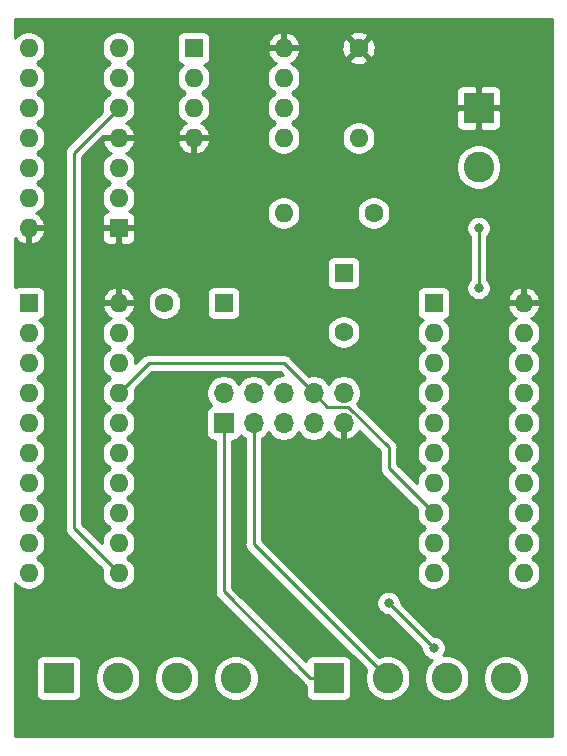
<source format=gbr>
G04 #@! TF.GenerationSoftware,KiCad,Pcbnew,(5.1.5-0-10_14)*
G04 #@! TF.CreationDate,2021-12-08T13:46:53-07:00*
G04 #@! TF.ProjectId,genesisctl,67656e65-7369-4736-9374-6c2e6b696361,rev?*
G04 #@! TF.SameCoordinates,Original*
G04 #@! TF.FileFunction,Copper,L2,Bot*
G04 #@! TF.FilePolarity,Positive*
%FSLAX46Y46*%
G04 Gerber Fmt 4.6, Leading zero omitted, Abs format (unit mm)*
G04 Created by KiCad (PCBNEW (5.1.5-0-10_14)) date 2021-12-08 13:46:53*
%MOMM*%
%LPD*%
G04 APERTURE LIST*
%ADD10R,1.600000X1.600000*%
%ADD11O,1.600000X1.600000*%
%ADD12C,1.600000*%
%ADD13R,1.700000X1.700000*%
%ADD14O,1.700000X1.700000*%
%ADD15R,2.600000X2.600000*%
%ADD16C,2.600000*%
%ADD17C,0.800000*%
%ADD18C,0.250000*%
%ADD19C,0.254000*%
G04 APERTURE END LIST*
D10*
X198120000Y-50800000D03*
D11*
X190500000Y-35560000D03*
X198120000Y-48260000D03*
X190500000Y-38100000D03*
X198120000Y-45720000D03*
X190500000Y-40640000D03*
X198120000Y-43180000D03*
X190500000Y-43180000D03*
X198120000Y-40640000D03*
X190500000Y-45720000D03*
X198120000Y-38100000D03*
X190500000Y-48260000D03*
X198120000Y-35560000D03*
X190500000Y-50800000D03*
D10*
X204470000Y-35560000D03*
D11*
X212090000Y-43180000D03*
X204470000Y-38100000D03*
X212090000Y-40640000D03*
X204470000Y-40640000D03*
X212090000Y-38100000D03*
X204470000Y-43180000D03*
X212090000Y-35560000D03*
D10*
X207010000Y-57150000D03*
D12*
X202010000Y-57150000D03*
X217170000Y-59610000D03*
D10*
X217170000Y-54610000D03*
D13*
X207010000Y-67310000D03*
D14*
X207010000Y-64770000D03*
X209550000Y-67310000D03*
X209550000Y-64770000D03*
X212090000Y-67310000D03*
X212090000Y-64770000D03*
X214630000Y-67310000D03*
X214630000Y-64770000D03*
X217170000Y-67310000D03*
X217170000Y-64770000D03*
D15*
X228600000Y-40640000D03*
D16*
X228600000Y-45640000D03*
D15*
X215900000Y-88900000D03*
D16*
X220900000Y-88900000D03*
X225900000Y-88900000D03*
X230900000Y-88900000D03*
X208040000Y-88900000D03*
X203040000Y-88900000D03*
X198040000Y-88900000D03*
D15*
X193040000Y-88900000D03*
D11*
X218440000Y-43180000D03*
D12*
X218440000Y-35560000D03*
D11*
X212090000Y-49530000D03*
D12*
X219710000Y-49530000D03*
D10*
X190500000Y-57150000D03*
D11*
X198120000Y-80010000D03*
X190500000Y-59690000D03*
X198120000Y-77470000D03*
X190500000Y-62230000D03*
X198120000Y-74930000D03*
X190500000Y-64770000D03*
X198120000Y-72390000D03*
X190500000Y-67310000D03*
X198120000Y-69850000D03*
X190500000Y-69850000D03*
X198120000Y-67310000D03*
X190500000Y-72390000D03*
X198120000Y-64770000D03*
X190500000Y-74930000D03*
X198120000Y-62230000D03*
X190500000Y-77470000D03*
X198120000Y-59690000D03*
X190500000Y-80010000D03*
X198120000Y-57150000D03*
X232410000Y-57150000D03*
X224790000Y-80010000D03*
X232410000Y-59690000D03*
X224790000Y-77470000D03*
X232410000Y-62230000D03*
X224790000Y-74930000D03*
X232410000Y-64770000D03*
X224790000Y-72390000D03*
X232410000Y-67310000D03*
X224790000Y-69850000D03*
X232410000Y-69850000D03*
X224790000Y-67310000D03*
X232410000Y-72390000D03*
X224790000Y-64770000D03*
X232410000Y-74930000D03*
X224790000Y-62230000D03*
X232410000Y-77470000D03*
X224790000Y-59690000D03*
X232410000Y-80010000D03*
D10*
X224790000Y-57150000D03*
D17*
X228600000Y-55880000D03*
X228600000Y-50800000D03*
X220980000Y-82550000D03*
X224790000Y-86360000D03*
D18*
X228600000Y-50800000D02*
X228600000Y-55880000D01*
X220980000Y-82550000D02*
X224790000Y-86360000D01*
X214350000Y-88900000D02*
X215900000Y-88900000D01*
X207010000Y-81560000D02*
X214350000Y-88900000D01*
X207010000Y-67310000D02*
X207010000Y-81560000D01*
X209550000Y-77550000D02*
X220900000Y-88900000D01*
X209550000Y-67310000D02*
X209550000Y-77550000D01*
X198120000Y-64770000D02*
X200660000Y-62230000D01*
X212090000Y-62230000D02*
X214630000Y-64770000D01*
X200660000Y-62230000D02*
X212090000Y-62230000D01*
X217544003Y-65945001D02*
X220980000Y-69380998D01*
X215805001Y-65945001D02*
X217544003Y-65945001D01*
X214630000Y-64770000D02*
X215805001Y-65945001D01*
X220980000Y-71120000D02*
X224790000Y-74930000D01*
X220980000Y-69380998D02*
X220980000Y-71120000D01*
X198120000Y-40640000D02*
X194310000Y-44450000D01*
X194310000Y-76200000D02*
X198120000Y-80010000D01*
X194310000Y-44450000D02*
X194310000Y-76200000D01*
D19*
G36*
X234823000Y-93853000D02*
G01*
X189357000Y-93853000D01*
X189357000Y-87600000D01*
X191101928Y-87600000D01*
X191101928Y-90200000D01*
X191114188Y-90324482D01*
X191150498Y-90444180D01*
X191209463Y-90554494D01*
X191288815Y-90651185D01*
X191385506Y-90730537D01*
X191495820Y-90789502D01*
X191615518Y-90825812D01*
X191740000Y-90838072D01*
X194340000Y-90838072D01*
X194464482Y-90825812D01*
X194584180Y-90789502D01*
X194694494Y-90730537D01*
X194791185Y-90651185D01*
X194870537Y-90554494D01*
X194929502Y-90444180D01*
X194965812Y-90324482D01*
X194978072Y-90200000D01*
X194978072Y-88709419D01*
X196105000Y-88709419D01*
X196105000Y-89090581D01*
X196179361Y-89464419D01*
X196325225Y-89816566D01*
X196536987Y-90133491D01*
X196806509Y-90403013D01*
X197123434Y-90614775D01*
X197475581Y-90760639D01*
X197849419Y-90835000D01*
X198230581Y-90835000D01*
X198604419Y-90760639D01*
X198956566Y-90614775D01*
X199273491Y-90403013D01*
X199543013Y-90133491D01*
X199754775Y-89816566D01*
X199900639Y-89464419D01*
X199975000Y-89090581D01*
X199975000Y-88709419D01*
X201105000Y-88709419D01*
X201105000Y-89090581D01*
X201179361Y-89464419D01*
X201325225Y-89816566D01*
X201536987Y-90133491D01*
X201806509Y-90403013D01*
X202123434Y-90614775D01*
X202475581Y-90760639D01*
X202849419Y-90835000D01*
X203230581Y-90835000D01*
X203604419Y-90760639D01*
X203956566Y-90614775D01*
X204273491Y-90403013D01*
X204543013Y-90133491D01*
X204754775Y-89816566D01*
X204900639Y-89464419D01*
X204975000Y-89090581D01*
X204975000Y-88709419D01*
X206105000Y-88709419D01*
X206105000Y-89090581D01*
X206179361Y-89464419D01*
X206325225Y-89816566D01*
X206536987Y-90133491D01*
X206806509Y-90403013D01*
X207123434Y-90614775D01*
X207475581Y-90760639D01*
X207849419Y-90835000D01*
X208230581Y-90835000D01*
X208604419Y-90760639D01*
X208956566Y-90614775D01*
X209273491Y-90403013D01*
X209543013Y-90133491D01*
X209754775Y-89816566D01*
X209900639Y-89464419D01*
X209975000Y-89090581D01*
X209975000Y-88709419D01*
X209900639Y-88335581D01*
X209754775Y-87983434D01*
X209543013Y-87666509D01*
X209273491Y-87396987D01*
X208956566Y-87185225D01*
X208604419Y-87039361D01*
X208230581Y-86965000D01*
X207849419Y-86965000D01*
X207475581Y-87039361D01*
X207123434Y-87185225D01*
X206806509Y-87396987D01*
X206536987Y-87666509D01*
X206325225Y-87983434D01*
X206179361Y-88335581D01*
X206105000Y-88709419D01*
X204975000Y-88709419D01*
X204900639Y-88335581D01*
X204754775Y-87983434D01*
X204543013Y-87666509D01*
X204273491Y-87396987D01*
X203956566Y-87185225D01*
X203604419Y-87039361D01*
X203230581Y-86965000D01*
X202849419Y-86965000D01*
X202475581Y-87039361D01*
X202123434Y-87185225D01*
X201806509Y-87396987D01*
X201536987Y-87666509D01*
X201325225Y-87983434D01*
X201179361Y-88335581D01*
X201105000Y-88709419D01*
X199975000Y-88709419D01*
X199900639Y-88335581D01*
X199754775Y-87983434D01*
X199543013Y-87666509D01*
X199273491Y-87396987D01*
X198956566Y-87185225D01*
X198604419Y-87039361D01*
X198230581Y-86965000D01*
X197849419Y-86965000D01*
X197475581Y-87039361D01*
X197123434Y-87185225D01*
X196806509Y-87396987D01*
X196536987Y-87666509D01*
X196325225Y-87983434D01*
X196179361Y-88335581D01*
X196105000Y-88709419D01*
X194978072Y-88709419D01*
X194978072Y-87600000D01*
X194965812Y-87475518D01*
X194929502Y-87355820D01*
X194870537Y-87245506D01*
X194791185Y-87148815D01*
X194694494Y-87069463D01*
X194584180Y-87010498D01*
X194464482Y-86974188D01*
X194340000Y-86961928D01*
X191740000Y-86961928D01*
X191615518Y-86974188D01*
X191495820Y-87010498D01*
X191385506Y-87069463D01*
X191288815Y-87148815D01*
X191209463Y-87245506D01*
X191150498Y-87355820D01*
X191114188Y-87475518D01*
X191101928Y-87600000D01*
X189357000Y-87600000D01*
X189357000Y-80882311D01*
X189385363Y-80924759D01*
X189585241Y-81124637D01*
X189820273Y-81281680D01*
X190081426Y-81389853D01*
X190358665Y-81445000D01*
X190641335Y-81445000D01*
X190918574Y-81389853D01*
X191179727Y-81281680D01*
X191414759Y-81124637D01*
X191614637Y-80924759D01*
X191771680Y-80689727D01*
X191879853Y-80428574D01*
X191935000Y-80151335D01*
X191935000Y-79868665D01*
X191879853Y-79591426D01*
X191771680Y-79330273D01*
X191614637Y-79095241D01*
X191414759Y-78895363D01*
X191182241Y-78740000D01*
X191414759Y-78584637D01*
X191614637Y-78384759D01*
X191771680Y-78149727D01*
X191879853Y-77888574D01*
X191935000Y-77611335D01*
X191935000Y-77328665D01*
X191879853Y-77051426D01*
X191771680Y-76790273D01*
X191614637Y-76555241D01*
X191414759Y-76355363D01*
X191182241Y-76200000D01*
X191414759Y-76044637D01*
X191614637Y-75844759D01*
X191771680Y-75609727D01*
X191879853Y-75348574D01*
X191935000Y-75071335D01*
X191935000Y-74788665D01*
X191879853Y-74511426D01*
X191771680Y-74250273D01*
X191614637Y-74015241D01*
X191414759Y-73815363D01*
X191182241Y-73660000D01*
X191414759Y-73504637D01*
X191614637Y-73304759D01*
X191771680Y-73069727D01*
X191879853Y-72808574D01*
X191935000Y-72531335D01*
X191935000Y-72248665D01*
X191879853Y-71971426D01*
X191771680Y-71710273D01*
X191614637Y-71475241D01*
X191414759Y-71275363D01*
X191182241Y-71120000D01*
X191414759Y-70964637D01*
X191614637Y-70764759D01*
X191771680Y-70529727D01*
X191879853Y-70268574D01*
X191935000Y-69991335D01*
X191935000Y-69708665D01*
X191879853Y-69431426D01*
X191771680Y-69170273D01*
X191614637Y-68935241D01*
X191414759Y-68735363D01*
X191182241Y-68580000D01*
X191414759Y-68424637D01*
X191614637Y-68224759D01*
X191771680Y-67989727D01*
X191879853Y-67728574D01*
X191935000Y-67451335D01*
X191935000Y-67168665D01*
X191879853Y-66891426D01*
X191771680Y-66630273D01*
X191614637Y-66395241D01*
X191414759Y-66195363D01*
X191182241Y-66040000D01*
X191414759Y-65884637D01*
X191614637Y-65684759D01*
X191771680Y-65449727D01*
X191879853Y-65188574D01*
X191935000Y-64911335D01*
X191935000Y-64628665D01*
X191879853Y-64351426D01*
X191771680Y-64090273D01*
X191614637Y-63855241D01*
X191414759Y-63655363D01*
X191182241Y-63500000D01*
X191414759Y-63344637D01*
X191614637Y-63144759D01*
X191771680Y-62909727D01*
X191879853Y-62648574D01*
X191935000Y-62371335D01*
X191935000Y-62088665D01*
X191879853Y-61811426D01*
X191771680Y-61550273D01*
X191614637Y-61315241D01*
X191414759Y-61115363D01*
X191182241Y-60960000D01*
X191414759Y-60804637D01*
X191614637Y-60604759D01*
X191771680Y-60369727D01*
X191879853Y-60108574D01*
X191935000Y-59831335D01*
X191935000Y-59548665D01*
X191879853Y-59271426D01*
X191771680Y-59010273D01*
X191614637Y-58775241D01*
X191416039Y-58576643D01*
X191424482Y-58575812D01*
X191544180Y-58539502D01*
X191654494Y-58480537D01*
X191751185Y-58401185D01*
X191830537Y-58304494D01*
X191889502Y-58194180D01*
X191925812Y-58074482D01*
X191938072Y-57950000D01*
X191938072Y-56350000D01*
X191925812Y-56225518D01*
X191889502Y-56105820D01*
X191830537Y-55995506D01*
X191751185Y-55898815D01*
X191654494Y-55819463D01*
X191544180Y-55760498D01*
X191424482Y-55724188D01*
X191300000Y-55711928D01*
X189700000Y-55711928D01*
X189575518Y-55724188D01*
X189455820Y-55760498D01*
X189357000Y-55813319D01*
X189357000Y-51656188D01*
X189436481Y-51763414D01*
X189644869Y-51952385D01*
X189886119Y-52097070D01*
X190150960Y-52191909D01*
X190373000Y-52070624D01*
X190373000Y-50927000D01*
X190627000Y-50927000D01*
X190627000Y-52070624D01*
X190849040Y-52191909D01*
X191113881Y-52097070D01*
X191355131Y-51952385D01*
X191563519Y-51763414D01*
X191731037Y-51537420D01*
X191851246Y-51283087D01*
X191891904Y-51149039D01*
X191769915Y-50927000D01*
X190627000Y-50927000D01*
X190373000Y-50927000D01*
X190353000Y-50927000D01*
X190353000Y-50673000D01*
X190373000Y-50673000D01*
X190373000Y-50653000D01*
X190627000Y-50653000D01*
X190627000Y-50673000D01*
X191769915Y-50673000D01*
X191891904Y-50450961D01*
X191851246Y-50316913D01*
X191731037Y-50062580D01*
X191563519Y-49836586D01*
X191355131Y-49647615D01*
X191169135Y-49536067D01*
X191179727Y-49531680D01*
X191414759Y-49374637D01*
X191614637Y-49174759D01*
X191771680Y-48939727D01*
X191879853Y-48678574D01*
X191935000Y-48401335D01*
X191935000Y-48118665D01*
X191879853Y-47841426D01*
X191771680Y-47580273D01*
X191614637Y-47345241D01*
X191414759Y-47145363D01*
X191182241Y-46990000D01*
X191414759Y-46834637D01*
X191614637Y-46634759D01*
X191771680Y-46399727D01*
X191879853Y-46138574D01*
X191935000Y-45861335D01*
X191935000Y-45578665D01*
X191879853Y-45301426D01*
X191771680Y-45040273D01*
X191614637Y-44805241D01*
X191414759Y-44605363D01*
X191182241Y-44450000D01*
X193546324Y-44450000D01*
X193550000Y-44487322D01*
X193550001Y-76162667D01*
X193546324Y-76200000D01*
X193550001Y-76237333D01*
X193560998Y-76348986D01*
X193565856Y-76365000D01*
X193604454Y-76492246D01*
X193675026Y-76624276D01*
X193746201Y-76711002D01*
X193770000Y-76740001D01*
X193798998Y-76763799D01*
X196721312Y-79686114D01*
X196685000Y-79868665D01*
X196685000Y-80151335D01*
X196740147Y-80428574D01*
X196848320Y-80689727D01*
X197005363Y-80924759D01*
X197205241Y-81124637D01*
X197440273Y-81281680D01*
X197701426Y-81389853D01*
X197978665Y-81445000D01*
X198261335Y-81445000D01*
X198538574Y-81389853D01*
X198799727Y-81281680D01*
X199034759Y-81124637D01*
X199234637Y-80924759D01*
X199391680Y-80689727D01*
X199499853Y-80428574D01*
X199555000Y-80151335D01*
X199555000Y-79868665D01*
X199499853Y-79591426D01*
X199391680Y-79330273D01*
X199234637Y-79095241D01*
X199034759Y-78895363D01*
X198802241Y-78740000D01*
X199034759Y-78584637D01*
X199234637Y-78384759D01*
X199391680Y-78149727D01*
X199499853Y-77888574D01*
X199555000Y-77611335D01*
X199555000Y-77328665D01*
X199499853Y-77051426D01*
X199391680Y-76790273D01*
X199234637Y-76555241D01*
X199034759Y-76355363D01*
X198802241Y-76200000D01*
X199034759Y-76044637D01*
X199234637Y-75844759D01*
X199391680Y-75609727D01*
X199499853Y-75348574D01*
X199555000Y-75071335D01*
X199555000Y-74788665D01*
X199499853Y-74511426D01*
X199391680Y-74250273D01*
X199234637Y-74015241D01*
X199034759Y-73815363D01*
X198802241Y-73660000D01*
X199034759Y-73504637D01*
X199234637Y-73304759D01*
X199391680Y-73069727D01*
X199499853Y-72808574D01*
X199555000Y-72531335D01*
X199555000Y-72248665D01*
X199499853Y-71971426D01*
X199391680Y-71710273D01*
X199234637Y-71475241D01*
X199034759Y-71275363D01*
X198802241Y-71120000D01*
X199034759Y-70964637D01*
X199234637Y-70764759D01*
X199391680Y-70529727D01*
X199499853Y-70268574D01*
X199555000Y-69991335D01*
X199555000Y-69708665D01*
X199499853Y-69431426D01*
X199391680Y-69170273D01*
X199234637Y-68935241D01*
X199034759Y-68735363D01*
X198802241Y-68580000D01*
X199034759Y-68424637D01*
X199234637Y-68224759D01*
X199391680Y-67989727D01*
X199499853Y-67728574D01*
X199555000Y-67451335D01*
X199555000Y-67168665D01*
X199499853Y-66891426D01*
X199391680Y-66630273D01*
X199234637Y-66395241D01*
X199034759Y-66195363D01*
X198802241Y-66040000D01*
X199034759Y-65884637D01*
X199234637Y-65684759D01*
X199391680Y-65449727D01*
X199499853Y-65188574D01*
X199555000Y-64911335D01*
X199555000Y-64628665D01*
X199518688Y-64446114D01*
X200974803Y-62990000D01*
X211775199Y-62990000D01*
X212070199Y-63285000D01*
X211943740Y-63285000D01*
X211656842Y-63342068D01*
X211386589Y-63454010D01*
X211143368Y-63616525D01*
X210936525Y-63823368D01*
X210820000Y-63997760D01*
X210703475Y-63823368D01*
X210496632Y-63616525D01*
X210253411Y-63454010D01*
X209983158Y-63342068D01*
X209696260Y-63285000D01*
X209403740Y-63285000D01*
X209116842Y-63342068D01*
X208846589Y-63454010D01*
X208603368Y-63616525D01*
X208396525Y-63823368D01*
X208280000Y-63997760D01*
X208163475Y-63823368D01*
X207956632Y-63616525D01*
X207713411Y-63454010D01*
X207443158Y-63342068D01*
X207156260Y-63285000D01*
X206863740Y-63285000D01*
X206576842Y-63342068D01*
X206306589Y-63454010D01*
X206063368Y-63616525D01*
X205856525Y-63823368D01*
X205694010Y-64066589D01*
X205582068Y-64336842D01*
X205525000Y-64623740D01*
X205525000Y-64916260D01*
X205582068Y-65203158D01*
X205694010Y-65473411D01*
X205856525Y-65716632D01*
X205988380Y-65848487D01*
X205915820Y-65870498D01*
X205805506Y-65929463D01*
X205708815Y-66008815D01*
X205629463Y-66105506D01*
X205570498Y-66215820D01*
X205534188Y-66335518D01*
X205521928Y-66460000D01*
X205521928Y-68160000D01*
X205534188Y-68284482D01*
X205570498Y-68404180D01*
X205629463Y-68514494D01*
X205708815Y-68611185D01*
X205805506Y-68690537D01*
X205915820Y-68749502D01*
X206035518Y-68785812D01*
X206160000Y-68798072D01*
X206250000Y-68798072D01*
X206250001Y-81522668D01*
X206246324Y-81560000D01*
X206260998Y-81708985D01*
X206304454Y-81852246D01*
X206375026Y-81984276D01*
X206396137Y-82009999D01*
X206470000Y-82100001D01*
X206498998Y-82123799D01*
X213786201Y-89411003D01*
X213809999Y-89440001D01*
X213838997Y-89463799D01*
X213925724Y-89534974D01*
X213961928Y-89554326D01*
X213961928Y-90200000D01*
X213974188Y-90324482D01*
X214010498Y-90444180D01*
X214069463Y-90554494D01*
X214148815Y-90651185D01*
X214245506Y-90730537D01*
X214355820Y-90789502D01*
X214475518Y-90825812D01*
X214600000Y-90838072D01*
X217200000Y-90838072D01*
X217324482Y-90825812D01*
X217444180Y-90789502D01*
X217554494Y-90730537D01*
X217651185Y-90651185D01*
X217730537Y-90554494D01*
X217789502Y-90444180D01*
X217825812Y-90324482D01*
X217838072Y-90200000D01*
X217838072Y-87600000D01*
X217825812Y-87475518D01*
X217789502Y-87355820D01*
X217730537Y-87245506D01*
X217651185Y-87148815D01*
X217554494Y-87069463D01*
X217444180Y-87010498D01*
X217324482Y-86974188D01*
X217200000Y-86961928D01*
X214600000Y-86961928D01*
X214475518Y-86974188D01*
X214355820Y-87010498D01*
X214245506Y-87069463D01*
X214148815Y-87148815D01*
X214069463Y-87245506D01*
X214010498Y-87355820D01*
X213980270Y-87455468D01*
X207770000Y-81245199D01*
X207770000Y-68798072D01*
X207860000Y-68798072D01*
X207984482Y-68785812D01*
X208104180Y-68749502D01*
X208214494Y-68690537D01*
X208311185Y-68611185D01*
X208390537Y-68514494D01*
X208449502Y-68404180D01*
X208471513Y-68331620D01*
X208603368Y-68463475D01*
X208790000Y-68588179D01*
X208790001Y-77512668D01*
X208786324Y-77550000D01*
X208800998Y-77698985D01*
X208844454Y-77842246D01*
X208915026Y-77974276D01*
X208986201Y-78061002D01*
X209010000Y-78090001D01*
X209038998Y-78113799D01*
X219104213Y-88179015D01*
X219039361Y-88335581D01*
X218965000Y-88709419D01*
X218965000Y-89090581D01*
X219039361Y-89464419D01*
X219185225Y-89816566D01*
X219396987Y-90133491D01*
X219666509Y-90403013D01*
X219983434Y-90614775D01*
X220335581Y-90760639D01*
X220709419Y-90835000D01*
X221090581Y-90835000D01*
X221464419Y-90760639D01*
X221816566Y-90614775D01*
X222133491Y-90403013D01*
X222403013Y-90133491D01*
X222614775Y-89816566D01*
X222760639Y-89464419D01*
X222835000Y-89090581D01*
X222835000Y-88709419D01*
X222760639Y-88335581D01*
X222614775Y-87983434D01*
X222403013Y-87666509D01*
X222133491Y-87396987D01*
X221816566Y-87185225D01*
X221464419Y-87039361D01*
X221090581Y-86965000D01*
X220709419Y-86965000D01*
X220335581Y-87039361D01*
X220179015Y-87104213D01*
X215522863Y-82448061D01*
X219945000Y-82448061D01*
X219945000Y-82651939D01*
X219984774Y-82851898D01*
X220062795Y-83040256D01*
X220176063Y-83209774D01*
X220320226Y-83353937D01*
X220489744Y-83467205D01*
X220678102Y-83545226D01*
X220878061Y-83585000D01*
X220940199Y-83585000D01*
X223755000Y-86399802D01*
X223755000Y-86461939D01*
X223794774Y-86661898D01*
X223872795Y-86850256D01*
X223986063Y-87019774D01*
X224130226Y-87163937D01*
X224299744Y-87277205D01*
X224488102Y-87355226D01*
X224673745Y-87392152D01*
X224666509Y-87396987D01*
X224396987Y-87666509D01*
X224185225Y-87983434D01*
X224039361Y-88335581D01*
X223965000Y-88709419D01*
X223965000Y-89090581D01*
X224039361Y-89464419D01*
X224185225Y-89816566D01*
X224396987Y-90133491D01*
X224666509Y-90403013D01*
X224983434Y-90614775D01*
X225335581Y-90760639D01*
X225709419Y-90835000D01*
X226090581Y-90835000D01*
X226464419Y-90760639D01*
X226816566Y-90614775D01*
X227133491Y-90403013D01*
X227403013Y-90133491D01*
X227614775Y-89816566D01*
X227760639Y-89464419D01*
X227835000Y-89090581D01*
X227835000Y-88709419D01*
X228965000Y-88709419D01*
X228965000Y-89090581D01*
X229039361Y-89464419D01*
X229185225Y-89816566D01*
X229396987Y-90133491D01*
X229666509Y-90403013D01*
X229983434Y-90614775D01*
X230335581Y-90760639D01*
X230709419Y-90835000D01*
X231090581Y-90835000D01*
X231464419Y-90760639D01*
X231816566Y-90614775D01*
X232133491Y-90403013D01*
X232403013Y-90133491D01*
X232614775Y-89816566D01*
X232760639Y-89464419D01*
X232835000Y-89090581D01*
X232835000Y-88709419D01*
X232760639Y-88335581D01*
X232614775Y-87983434D01*
X232403013Y-87666509D01*
X232133491Y-87396987D01*
X231816566Y-87185225D01*
X231464419Y-87039361D01*
X231090581Y-86965000D01*
X230709419Y-86965000D01*
X230335581Y-87039361D01*
X229983434Y-87185225D01*
X229666509Y-87396987D01*
X229396987Y-87666509D01*
X229185225Y-87983434D01*
X229039361Y-88335581D01*
X228965000Y-88709419D01*
X227835000Y-88709419D01*
X227760639Y-88335581D01*
X227614775Y-87983434D01*
X227403013Y-87666509D01*
X227133491Y-87396987D01*
X226816566Y-87185225D01*
X226464419Y-87039361D01*
X226090581Y-86965000D01*
X225709419Y-86965000D01*
X225618444Y-86983096D01*
X225707205Y-86850256D01*
X225785226Y-86661898D01*
X225825000Y-86461939D01*
X225825000Y-86258061D01*
X225785226Y-86058102D01*
X225707205Y-85869744D01*
X225593937Y-85700226D01*
X225449774Y-85556063D01*
X225280256Y-85442795D01*
X225091898Y-85364774D01*
X224891939Y-85325000D01*
X224829802Y-85325000D01*
X222015000Y-82510199D01*
X222015000Y-82448061D01*
X221975226Y-82248102D01*
X221897205Y-82059744D01*
X221783937Y-81890226D01*
X221639774Y-81746063D01*
X221470256Y-81632795D01*
X221281898Y-81554774D01*
X221081939Y-81515000D01*
X220878061Y-81515000D01*
X220678102Y-81554774D01*
X220489744Y-81632795D01*
X220320226Y-81746063D01*
X220176063Y-81890226D01*
X220062795Y-82059744D01*
X219984774Y-82248102D01*
X219945000Y-82448061D01*
X215522863Y-82448061D01*
X210310000Y-77235199D01*
X210310000Y-68588178D01*
X210496632Y-68463475D01*
X210703475Y-68256632D01*
X210820000Y-68082240D01*
X210936525Y-68256632D01*
X211143368Y-68463475D01*
X211386589Y-68625990D01*
X211656842Y-68737932D01*
X211943740Y-68795000D01*
X212236260Y-68795000D01*
X212523158Y-68737932D01*
X212793411Y-68625990D01*
X213036632Y-68463475D01*
X213243475Y-68256632D01*
X213360000Y-68082240D01*
X213476525Y-68256632D01*
X213683368Y-68463475D01*
X213926589Y-68625990D01*
X214196842Y-68737932D01*
X214483740Y-68795000D01*
X214776260Y-68795000D01*
X215063158Y-68737932D01*
X215333411Y-68625990D01*
X215576632Y-68463475D01*
X215783475Y-68256632D01*
X215905195Y-68074466D01*
X215974822Y-68191355D01*
X216169731Y-68407588D01*
X216403080Y-68581641D01*
X216665901Y-68706825D01*
X216813110Y-68751476D01*
X217043000Y-68630155D01*
X217043000Y-67437000D01*
X217023000Y-67437000D01*
X217023000Y-67183000D01*
X217043000Y-67183000D01*
X217043000Y-67163000D01*
X217297000Y-67163000D01*
X217297000Y-67183000D01*
X217317000Y-67183000D01*
X217317000Y-67437000D01*
X217297000Y-67437000D01*
X217297000Y-68630155D01*
X217526890Y-68751476D01*
X217674099Y-68706825D01*
X217936920Y-68581641D01*
X218170269Y-68407588D01*
X218365178Y-68191355D01*
X218495975Y-67971775D01*
X220220000Y-69695800D01*
X220220001Y-71082668D01*
X220216324Y-71120000D01*
X220220001Y-71157333D01*
X220230998Y-71268986D01*
X220235856Y-71285000D01*
X220274454Y-71412246D01*
X220345026Y-71544276D01*
X220416201Y-71631002D01*
X220440000Y-71660001D01*
X220468998Y-71683799D01*
X223391312Y-74606114D01*
X223355000Y-74788665D01*
X223355000Y-75071335D01*
X223410147Y-75348574D01*
X223518320Y-75609727D01*
X223675363Y-75844759D01*
X223875241Y-76044637D01*
X224107759Y-76200000D01*
X223875241Y-76355363D01*
X223675363Y-76555241D01*
X223518320Y-76790273D01*
X223410147Y-77051426D01*
X223355000Y-77328665D01*
X223355000Y-77611335D01*
X223410147Y-77888574D01*
X223518320Y-78149727D01*
X223675363Y-78384759D01*
X223875241Y-78584637D01*
X224107759Y-78740000D01*
X223875241Y-78895363D01*
X223675363Y-79095241D01*
X223518320Y-79330273D01*
X223410147Y-79591426D01*
X223355000Y-79868665D01*
X223355000Y-80151335D01*
X223410147Y-80428574D01*
X223518320Y-80689727D01*
X223675363Y-80924759D01*
X223875241Y-81124637D01*
X224110273Y-81281680D01*
X224371426Y-81389853D01*
X224648665Y-81445000D01*
X224931335Y-81445000D01*
X225208574Y-81389853D01*
X225469727Y-81281680D01*
X225704759Y-81124637D01*
X225904637Y-80924759D01*
X226061680Y-80689727D01*
X226169853Y-80428574D01*
X226225000Y-80151335D01*
X226225000Y-79868665D01*
X226169853Y-79591426D01*
X226061680Y-79330273D01*
X225904637Y-79095241D01*
X225704759Y-78895363D01*
X225472241Y-78740000D01*
X225704759Y-78584637D01*
X225904637Y-78384759D01*
X226061680Y-78149727D01*
X226169853Y-77888574D01*
X226225000Y-77611335D01*
X226225000Y-77328665D01*
X226169853Y-77051426D01*
X226061680Y-76790273D01*
X225904637Y-76555241D01*
X225704759Y-76355363D01*
X225472241Y-76200000D01*
X225704759Y-76044637D01*
X225904637Y-75844759D01*
X226061680Y-75609727D01*
X226169853Y-75348574D01*
X226225000Y-75071335D01*
X226225000Y-74788665D01*
X226169853Y-74511426D01*
X226061680Y-74250273D01*
X225904637Y-74015241D01*
X225704759Y-73815363D01*
X225472241Y-73660000D01*
X225704759Y-73504637D01*
X225904637Y-73304759D01*
X226061680Y-73069727D01*
X226169853Y-72808574D01*
X226225000Y-72531335D01*
X226225000Y-72248665D01*
X226169853Y-71971426D01*
X226061680Y-71710273D01*
X225904637Y-71475241D01*
X225704759Y-71275363D01*
X225472241Y-71120000D01*
X225704759Y-70964637D01*
X225904637Y-70764759D01*
X226061680Y-70529727D01*
X226169853Y-70268574D01*
X226225000Y-69991335D01*
X226225000Y-69708665D01*
X226169853Y-69431426D01*
X226061680Y-69170273D01*
X225904637Y-68935241D01*
X225704759Y-68735363D01*
X225472241Y-68580000D01*
X225704759Y-68424637D01*
X225904637Y-68224759D01*
X226061680Y-67989727D01*
X226169853Y-67728574D01*
X226225000Y-67451335D01*
X226225000Y-67168665D01*
X226169853Y-66891426D01*
X226061680Y-66630273D01*
X225904637Y-66395241D01*
X225704759Y-66195363D01*
X225472241Y-66040000D01*
X225704759Y-65884637D01*
X225904637Y-65684759D01*
X226061680Y-65449727D01*
X226169853Y-65188574D01*
X226225000Y-64911335D01*
X226225000Y-64628665D01*
X226169853Y-64351426D01*
X226061680Y-64090273D01*
X225904637Y-63855241D01*
X225704759Y-63655363D01*
X225472241Y-63500000D01*
X225704759Y-63344637D01*
X225904637Y-63144759D01*
X226061680Y-62909727D01*
X226169853Y-62648574D01*
X226225000Y-62371335D01*
X226225000Y-62088665D01*
X226169853Y-61811426D01*
X226061680Y-61550273D01*
X225904637Y-61315241D01*
X225704759Y-61115363D01*
X225472241Y-60960000D01*
X225704759Y-60804637D01*
X225904637Y-60604759D01*
X226061680Y-60369727D01*
X226169853Y-60108574D01*
X226225000Y-59831335D01*
X226225000Y-59548665D01*
X230975000Y-59548665D01*
X230975000Y-59831335D01*
X231030147Y-60108574D01*
X231138320Y-60369727D01*
X231295363Y-60604759D01*
X231495241Y-60804637D01*
X231727759Y-60960000D01*
X231495241Y-61115363D01*
X231295363Y-61315241D01*
X231138320Y-61550273D01*
X231030147Y-61811426D01*
X230975000Y-62088665D01*
X230975000Y-62371335D01*
X231030147Y-62648574D01*
X231138320Y-62909727D01*
X231295363Y-63144759D01*
X231495241Y-63344637D01*
X231727759Y-63500000D01*
X231495241Y-63655363D01*
X231295363Y-63855241D01*
X231138320Y-64090273D01*
X231030147Y-64351426D01*
X230975000Y-64628665D01*
X230975000Y-64911335D01*
X231030147Y-65188574D01*
X231138320Y-65449727D01*
X231295363Y-65684759D01*
X231495241Y-65884637D01*
X231727759Y-66040000D01*
X231495241Y-66195363D01*
X231295363Y-66395241D01*
X231138320Y-66630273D01*
X231030147Y-66891426D01*
X230975000Y-67168665D01*
X230975000Y-67451335D01*
X231030147Y-67728574D01*
X231138320Y-67989727D01*
X231295363Y-68224759D01*
X231495241Y-68424637D01*
X231727759Y-68580000D01*
X231495241Y-68735363D01*
X231295363Y-68935241D01*
X231138320Y-69170273D01*
X231030147Y-69431426D01*
X230975000Y-69708665D01*
X230975000Y-69991335D01*
X231030147Y-70268574D01*
X231138320Y-70529727D01*
X231295363Y-70764759D01*
X231495241Y-70964637D01*
X231727759Y-71120000D01*
X231495241Y-71275363D01*
X231295363Y-71475241D01*
X231138320Y-71710273D01*
X231030147Y-71971426D01*
X230975000Y-72248665D01*
X230975000Y-72531335D01*
X231030147Y-72808574D01*
X231138320Y-73069727D01*
X231295363Y-73304759D01*
X231495241Y-73504637D01*
X231727759Y-73660000D01*
X231495241Y-73815363D01*
X231295363Y-74015241D01*
X231138320Y-74250273D01*
X231030147Y-74511426D01*
X230975000Y-74788665D01*
X230975000Y-75071335D01*
X231030147Y-75348574D01*
X231138320Y-75609727D01*
X231295363Y-75844759D01*
X231495241Y-76044637D01*
X231727759Y-76200000D01*
X231495241Y-76355363D01*
X231295363Y-76555241D01*
X231138320Y-76790273D01*
X231030147Y-77051426D01*
X230975000Y-77328665D01*
X230975000Y-77611335D01*
X231030147Y-77888574D01*
X231138320Y-78149727D01*
X231295363Y-78384759D01*
X231495241Y-78584637D01*
X231727759Y-78740000D01*
X231495241Y-78895363D01*
X231295363Y-79095241D01*
X231138320Y-79330273D01*
X231030147Y-79591426D01*
X230975000Y-79868665D01*
X230975000Y-80151335D01*
X231030147Y-80428574D01*
X231138320Y-80689727D01*
X231295363Y-80924759D01*
X231495241Y-81124637D01*
X231730273Y-81281680D01*
X231991426Y-81389853D01*
X232268665Y-81445000D01*
X232551335Y-81445000D01*
X232828574Y-81389853D01*
X233089727Y-81281680D01*
X233324759Y-81124637D01*
X233524637Y-80924759D01*
X233681680Y-80689727D01*
X233789853Y-80428574D01*
X233845000Y-80151335D01*
X233845000Y-79868665D01*
X233789853Y-79591426D01*
X233681680Y-79330273D01*
X233524637Y-79095241D01*
X233324759Y-78895363D01*
X233092241Y-78740000D01*
X233324759Y-78584637D01*
X233524637Y-78384759D01*
X233681680Y-78149727D01*
X233789853Y-77888574D01*
X233845000Y-77611335D01*
X233845000Y-77328665D01*
X233789853Y-77051426D01*
X233681680Y-76790273D01*
X233524637Y-76555241D01*
X233324759Y-76355363D01*
X233092241Y-76200000D01*
X233324759Y-76044637D01*
X233524637Y-75844759D01*
X233681680Y-75609727D01*
X233789853Y-75348574D01*
X233845000Y-75071335D01*
X233845000Y-74788665D01*
X233789853Y-74511426D01*
X233681680Y-74250273D01*
X233524637Y-74015241D01*
X233324759Y-73815363D01*
X233092241Y-73660000D01*
X233324759Y-73504637D01*
X233524637Y-73304759D01*
X233681680Y-73069727D01*
X233789853Y-72808574D01*
X233845000Y-72531335D01*
X233845000Y-72248665D01*
X233789853Y-71971426D01*
X233681680Y-71710273D01*
X233524637Y-71475241D01*
X233324759Y-71275363D01*
X233092241Y-71120000D01*
X233324759Y-70964637D01*
X233524637Y-70764759D01*
X233681680Y-70529727D01*
X233789853Y-70268574D01*
X233845000Y-69991335D01*
X233845000Y-69708665D01*
X233789853Y-69431426D01*
X233681680Y-69170273D01*
X233524637Y-68935241D01*
X233324759Y-68735363D01*
X233092241Y-68580000D01*
X233324759Y-68424637D01*
X233524637Y-68224759D01*
X233681680Y-67989727D01*
X233789853Y-67728574D01*
X233845000Y-67451335D01*
X233845000Y-67168665D01*
X233789853Y-66891426D01*
X233681680Y-66630273D01*
X233524637Y-66395241D01*
X233324759Y-66195363D01*
X233092241Y-66040000D01*
X233324759Y-65884637D01*
X233524637Y-65684759D01*
X233681680Y-65449727D01*
X233789853Y-65188574D01*
X233845000Y-64911335D01*
X233845000Y-64628665D01*
X233789853Y-64351426D01*
X233681680Y-64090273D01*
X233524637Y-63855241D01*
X233324759Y-63655363D01*
X233092241Y-63500000D01*
X233324759Y-63344637D01*
X233524637Y-63144759D01*
X233681680Y-62909727D01*
X233789853Y-62648574D01*
X233845000Y-62371335D01*
X233845000Y-62088665D01*
X233789853Y-61811426D01*
X233681680Y-61550273D01*
X233524637Y-61315241D01*
X233324759Y-61115363D01*
X233092241Y-60960000D01*
X233324759Y-60804637D01*
X233524637Y-60604759D01*
X233681680Y-60369727D01*
X233789853Y-60108574D01*
X233845000Y-59831335D01*
X233845000Y-59548665D01*
X233789853Y-59271426D01*
X233681680Y-59010273D01*
X233524637Y-58775241D01*
X233324759Y-58575363D01*
X233089727Y-58418320D01*
X233079135Y-58413933D01*
X233265131Y-58302385D01*
X233473519Y-58113414D01*
X233641037Y-57887420D01*
X233761246Y-57633087D01*
X233801904Y-57499039D01*
X233679915Y-57277000D01*
X232537000Y-57277000D01*
X232537000Y-57297000D01*
X232283000Y-57297000D01*
X232283000Y-57277000D01*
X231140085Y-57277000D01*
X231018096Y-57499039D01*
X231058754Y-57633087D01*
X231178963Y-57887420D01*
X231346481Y-58113414D01*
X231554869Y-58302385D01*
X231740865Y-58413933D01*
X231730273Y-58418320D01*
X231495241Y-58575363D01*
X231295363Y-58775241D01*
X231138320Y-59010273D01*
X231030147Y-59271426D01*
X230975000Y-59548665D01*
X226225000Y-59548665D01*
X226169853Y-59271426D01*
X226061680Y-59010273D01*
X225904637Y-58775241D01*
X225706039Y-58576643D01*
X225714482Y-58575812D01*
X225834180Y-58539502D01*
X225944494Y-58480537D01*
X226041185Y-58401185D01*
X226120537Y-58304494D01*
X226179502Y-58194180D01*
X226215812Y-58074482D01*
X226228072Y-57950000D01*
X226228072Y-56350000D01*
X226215812Y-56225518D01*
X226179502Y-56105820D01*
X226120537Y-55995506D01*
X226041185Y-55898815D01*
X225944494Y-55819463D01*
X225834180Y-55760498D01*
X225714482Y-55724188D01*
X225590000Y-55711928D01*
X223990000Y-55711928D01*
X223865518Y-55724188D01*
X223745820Y-55760498D01*
X223635506Y-55819463D01*
X223538815Y-55898815D01*
X223459463Y-55995506D01*
X223400498Y-56105820D01*
X223364188Y-56225518D01*
X223351928Y-56350000D01*
X223351928Y-57950000D01*
X223364188Y-58074482D01*
X223400498Y-58194180D01*
X223459463Y-58304494D01*
X223538815Y-58401185D01*
X223635506Y-58480537D01*
X223745820Y-58539502D01*
X223865518Y-58575812D01*
X223873961Y-58576643D01*
X223675363Y-58775241D01*
X223518320Y-59010273D01*
X223410147Y-59271426D01*
X223355000Y-59548665D01*
X223355000Y-59831335D01*
X223410147Y-60108574D01*
X223518320Y-60369727D01*
X223675363Y-60604759D01*
X223875241Y-60804637D01*
X224107759Y-60960000D01*
X223875241Y-61115363D01*
X223675363Y-61315241D01*
X223518320Y-61550273D01*
X223410147Y-61811426D01*
X223355000Y-62088665D01*
X223355000Y-62371335D01*
X223410147Y-62648574D01*
X223518320Y-62909727D01*
X223675363Y-63144759D01*
X223875241Y-63344637D01*
X224107759Y-63500000D01*
X223875241Y-63655363D01*
X223675363Y-63855241D01*
X223518320Y-64090273D01*
X223410147Y-64351426D01*
X223355000Y-64628665D01*
X223355000Y-64911335D01*
X223410147Y-65188574D01*
X223518320Y-65449727D01*
X223675363Y-65684759D01*
X223875241Y-65884637D01*
X224107759Y-66040000D01*
X223875241Y-66195363D01*
X223675363Y-66395241D01*
X223518320Y-66630273D01*
X223410147Y-66891426D01*
X223355000Y-67168665D01*
X223355000Y-67451335D01*
X223410147Y-67728574D01*
X223518320Y-67989727D01*
X223675363Y-68224759D01*
X223875241Y-68424637D01*
X224107759Y-68580000D01*
X223875241Y-68735363D01*
X223675363Y-68935241D01*
X223518320Y-69170273D01*
X223410147Y-69431426D01*
X223355000Y-69708665D01*
X223355000Y-69991335D01*
X223410147Y-70268574D01*
X223518320Y-70529727D01*
X223675363Y-70764759D01*
X223875241Y-70964637D01*
X224107759Y-71120000D01*
X223875241Y-71275363D01*
X223675363Y-71475241D01*
X223518320Y-71710273D01*
X223410147Y-71971426D01*
X223355000Y-72248665D01*
X223355000Y-72420199D01*
X221740000Y-70805199D01*
X221740000Y-69418331D01*
X221743677Y-69380998D01*
X221729003Y-69232012D01*
X221685546Y-69088751D01*
X221614974Y-68956722D01*
X221543799Y-68869995D01*
X221520001Y-68840997D01*
X221491004Y-68817200D01*
X218350295Y-65676492D01*
X218485990Y-65473411D01*
X218597932Y-65203158D01*
X218655000Y-64916260D01*
X218655000Y-64623740D01*
X218597932Y-64336842D01*
X218485990Y-64066589D01*
X218323475Y-63823368D01*
X218116632Y-63616525D01*
X217873411Y-63454010D01*
X217603158Y-63342068D01*
X217316260Y-63285000D01*
X217023740Y-63285000D01*
X216736842Y-63342068D01*
X216466589Y-63454010D01*
X216223368Y-63616525D01*
X216016525Y-63823368D01*
X215900000Y-63997760D01*
X215783475Y-63823368D01*
X215576632Y-63616525D01*
X215333411Y-63454010D01*
X215063158Y-63342068D01*
X214776260Y-63285000D01*
X214483740Y-63285000D01*
X214263593Y-63328790D01*
X212653804Y-61719003D01*
X212630001Y-61689999D01*
X212514276Y-61595026D01*
X212382247Y-61524454D01*
X212238986Y-61480997D01*
X212127333Y-61470000D01*
X212127322Y-61470000D01*
X212090000Y-61466324D01*
X212052678Y-61470000D01*
X200697322Y-61470000D01*
X200659999Y-61466324D01*
X200622676Y-61470000D01*
X200622667Y-61470000D01*
X200511014Y-61480997D01*
X200367753Y-61524454D01*
X200235724Y-61595026D01*
X200235722Y-61595027D01*
X200235723Y-61595027D01*
X200148996Y-61666201D01*
X200148992Y-61666205D01*
X200119999Y-61689999D01*
X200096205Y-61718992D01*
X199555000Y-62260197D01*
X199555000Y-62088665D01*
X199499853Y-61811426D01*
X199391680Y-61550273D01*
X199234637Y-61315241D01*
X199034759Y-61115363D01*
X198802241Y-60960000D01*
X199034759Y-60804637D01*
X199234637Y-60604759D01*
X199391680Y-60369727D01*
X199499853Y-60108574D01*
X199555000Y-59831335D01*
X199555000Y-59548665D01*
X199539087Y-59468665D01*
X215735000Y-59468665D01*
X215735000Y-59751335D01*
X215790147Y-60028574D01*
X215898320Y-60289727D01*
X216055363Y-60524759D01*
X216255241Y-60724637D01*
X216490273Y-60881680D01*
X216751426Y-60989853D01*
X217028665Y-61045000D01*
X217311335Y-61045000D01*
X217588574Y-60989853D01*
X217849727Y-60881680D01*
X218084759Y-60724637D01*
X218284637Y-60524759D01*
X218441680Y-60289727D01*
X218549853Y-60028574D01*
X218605000Y-59751335D01*
X218605000Y-59468665D01*
X218549853Y-59191426D01*
X218441680Y-58930273D01*
X218284637Y-58695241D01*
X218084759Y-58495363D01*
X217849727Y-58338320D01*
X217588574Y-58230147D01*
X217311335Y-58175000D01*
X217028665Y-58175000D01*
X216751426Y-58230147D01*
X216490273Y-58338320D01*
X216255241Y-58495363D01*
X216055363Y-58695241D01*
X215898320Y-58930273D01*
X215790147Y-59191426D01*
X215735000Y-59468665D01*
X199539087Y-59468665D01*
X199499853Y-59271426D01*
X199391680Y-59010273D01*
X199234637Y-58775241D01*
X199034759Y-58575363D01*
X198799727Y-58418320D01*
X198789135Y-58413933D01*
X198975131Y-58302385D01*
X199183519Y-58113414D01*
X199351037Y-57887420D01*
X199471246Y-57633087D01*
X199511904Y-57499039D01*
X199389915Y-57277000D01*
X198247000Y-57277000D01*
X198247000Y-57297000D01*
X197993000Y-57297000D01*
X197993000Y-57277000D01*
X196850085Y-57277000D01*
X196728096Y-57499039D01*
X196768754Y-57633087D01*
X196888963Y-57887420D01*
X197056481Y-58113414D01*
X197264869Y-58302385D01*
X197450865Y-58413933D01*
X197440273Y-58418320D01*
X197205241Y-58575363D01*
X197005363Y-58775241D01*
X196848320Y-59010273D01*
X196740147Y-59271426D01*
X196685000Y-59548665D01*
X196685000Y-59831335D01*
X196740147Y-60108574D01*
X196848320Y-60369727D01*
X197005363Y-60604759D01*
X197205241Y-60804637D01*
X197437759Y-60960000D01*
X197205241Y-61115363D01*
X197005363Y-61315241D01*
X196848320Y-61550273D01*
X196740147Y-61811426D01*
X196685000Y-62088665D01*
X196685000Y-62371335D01*
X196740147Y-62648574D01*
X196848320Y-62909727D01*
X197005363Y-63144759D01*
X197205241Y-63344637D01*
X197437759Y-63500000D01*
X197205241Y-63655363D01*
X197005363Y-63855241D01*
X196848320Y-64090273D01*
X196740147Y-64351426D01*
X196685000Y-64628665D01*
X196685000Y-64911335D01*
X196740147Y-65188574D01*
X196848320Y-65449727D01*
X197005363Y-65684759D01*
X197205241Y-65884637D01*
X197437759Y-66040000D01*
X197205241Y-66195363D01*
X197005363Y-66395241D01*
X196848320Y-66630273D01*
X196740147Y-66891426D01*
X196685000Y-67168665D01*
X196685000Y-67451335D01*
X196740147Y-67728574D01*
X196848320Y-67989727D01*
X197005363Y-68224759D01*
X197205241Y-68424637D01*
X197437759Y-68580000D01*
X197205241Y-68735363D01*
X197005363Y-68935241D01*
X196848320Y-69170273D01*
X196740147Y-69431426D01*
X196685000Y-69708665D01*
X196685000Y-69991335D01*
X196740147Y-70268574D01*
X196848320Y-70529727D01*
X197005363Y-70764759D01*
X197205241Y-70964637D01*
X197437759Y-71120000D01*
X197205241Y-71275363D01*
X197005363Y-71475241D01*
X196848320Y-71710273D01*
X196740147Y-71971426D01*
X196685000Y-72248665D01*
X196685000Y-72531335D01*
X196740147Y-72808574D01*
X196848320Y-73069727D01*
X197005363Y-73304759D01*
X197205241Y-73504637D01*
X197437759Y-73660000D01*
X197205241Y-73815363D01*
X197005363Y-74015241D01*
X196848320Y-74250273D01*
X196740147Y-74511426D01*
X196685000Y-74788665D01*
X196685000Y-75071335D01*
X196740147Y-75348574D01*
X196848320Y-75609727D01*
X197005363Y-75844759D01*
X197205241Y-76044637D01*
X197437759Y-76200000D01*
X197205241Y-76355363D01*
X197005363Y-76555241D01*
X196848320Y-76790273D01*
X196740147Y-77051426D01*
X196685000Y-77328665D01*
X196685000Y-77500199D01*
X195070000Y-75885199D01*
X195070000Y-56800961D01*
X196728096Y-56800961D01*
X196850085Y-57023000D01*
X197993000Y-57023000D01*
X197993000Y-55879376D01*
X198247000Y-55879376D01*
X198247000Y-57023000D01*
X199389915Y-57023000D01*
X199397790Y-57008665D01*
X200575000Y-57008665D01*
X200575000Y-57291335D01*
X200630147Y-57568574D01*
X200738320Y-57829727D01*
X200895363Y-58064759D01*
X201095241Y-58264637D01*
X201330273Y-58421680D01*
X201591426Y-58529853D01*
X201868665Y-58585000D01*
X202151335Y-58585000D01*
X202428574Y-58529853D01*
X202689727Y-58421680D01*
X202924759Y-58264637D01*
X203124637Y-58064759D01*
X203281680Y-57829727D01*
X203389853Y-57568574D01*
X203445000Y-57291335D01*
X203445000Y-57008665D01*
X203389853Y-56731426D01*
X203281680Y-56470273D01*
X203201317Y-56350000D01*
X205571928Y-56350000D01*
X205571928Y-57950000D01*
X205584188Y-58074482D01*
X205620498Y-58194180D01*
X205679463Y-58304494D01*
X205758815Y-58401185D01*
X205855506Y-58480537D01*
X205965820Y-58539502D01*
X206085518Y-58575812D01*
X206210000Y-58588072D01*
X207810000Y-58588072D01*
X207934482Y-58575812D01*
X208054180Y-58539502D01*
X208164494Y-58480537D01*
X208261185Y-58401185D01*
X208340537Y-58304494D01*
X208399502Y-58194180D01*
X208435812Y-58074482D01*
X208448072Y-57950000D01*
X208448072Y-56350000D01*
X208435812Y-56225518D01*
X208399502Y-56105820D01*
X208340537Y-55995506D01*
X208261185Y-55898815D01*
X208164494Y-55819463D01*
X208054180Y-55760498D01*
X207934482Y-55724188D01*
X207810000Y-55711928D01*
X206210000Y-55711928D01*
X206085518Y-55724188D01*
X205965820Y-55760498D01*
X205855506Y-55819463D01*
X205758815Y-55898815D01*
X205679463Y-55995506D01*
X205620498Y-56105820D01*
X205584188Y-56225518D01*
X205571928Y-56350000D01*
X203201317Y-56350000D01*
X203124637Y-56235241D01*
X202924759Y-56035363D01*
X202689727Y-55878320D01*
X202428574Y-55770147D01*
X202151335Y-55715000D01*
X201868665Y-55715000D01*
X201591426Y-55770147D01*
X201330273Y-55878320D01*
X201095241Y-56035363D01*
X200895363Y-56235241D01*
X200738320Y-56470273D01*
X200630147Y-56731426D01*
X200575000Y-57008665D01*
X199397790Y-57008665D01*
X199511904Y-56800961D01*
X199471246Y-56666913D01*
X199351037Y-56412580D01*
X199183519Y-56186586D01*
X198975131Y-55997615D01*
X198733881Y-55852930D01*
X198469040Y-55758091D01*
X198247000Y-55879376D01*
X197993000Y-55879376D01*
X197770960Y-55758091D01*
X197506119Y-55852930D01*
X197264869Y-55997615D01*
X197056481Y-56186586D01*
X196888963Y-56412580D01*
X196768754Y-56666913D01*
X196728096Y-56800961D01*
X195070000Y-56800961D01*
X195070000Y-53810000D01*
X215731928Y-53810000D01*
X215731928Y-55410000D01*
X215744188Y-55534482D01*
X215780498Y-55654180D01*
X215839463Y-55764494D01*
X215918815Y-55861185D01*
X216015506Y-55940537D01*
X216125820Y-55999502D01*
X216245518Y-56035812D01*
X216370000Y-56048072D01*
X217970000Y-56048072D01*
X218094482Y-56035812D01*
X218214180Y-55999502D01*
X218324494Y-55940537D01*
X218421185Y-55861185D01*
X218500537Y-55764494D01*
X218559502Y-55654180D01*
X218595812Y-55534482D01*
X218608072Y-55410000D01*
X218608072Y-53810000D01*
X218595812Y-53685518D01*
X218559502Y-53565820D01*
X218500537Y-53455506D01*
X218421185Y-53358815D01*
X218324494Y-53279463D01*
X218214180Y-53220498D01*
X218094482Y-53184188D01*
X217970000Y-53171928D01*
X216370000Y-53171928D01*
X216245518Y-53184188D01*
X216125820Y-53220498D01*
X216015506Y-53279463D01*
X215918815Y-53358815D01*
X215839463Y-53455506D01*
X215780498Y-53565820D01*
X215744188Y-53685518D01*
X215731928Y-53810000D01*
X195070000Y-53810000D01*
X195070000Y-51600000D01*
X196681928Y-51600000D01*
X196694188Y-51724482D01*
X196730498Y-51844180D01*
X196789463Y-51954494D01*
X196868815Y-52051185D01*
X196965506Y-52130537D01*
X197075820Y-52189502D01*
X197195518Y-52225812D01*
X197320000Y-52238072D01*
X197834250Y-52235000D01*
X197993000Y-52076250D01*
X197993000Y-50927000D01*
X198247000Y-50927000D01*
X198247000Y-52076250D01*
X198405750Y-52235000D01*
X198920000Y-52238072D01*
X199044482Y-52225812D01*
X199164180Y-52189502D01*
X199274494Y-52130537D01*
X199371185Y-52051185D01*
X199450537Y-51954494D01*
X199509502Y-51844180D01*
X199545812Y-51724482D01*
X199558072Y-51600000D01*
X199555000Y-51085750D01*
X199396250Y-50927000D01*
X198247000Y-50927000D01*
X197993000Y-50927000D01*
X196843750Y-50927000D01*
X196685000Y-51085750D01*
X196681928Y-51600000D01*
X195070000Y-51600000D01*
X195070000Y-50000000D01*
X196681928Y-50000000D01*
X196685000Y-50514250D01*
X196843750Y-50673000D01*
X197993000Y-50673000D01*
X197993000Y-50653000D01*
X198247000Y-50653000D01*
X198247000Y-50673000D01*
X199396250Y-50673000D01*
X199555000Y-50514250D01*
X199558072Y-50000000D01*
X199545812Y-49875518D01*
X199509502Y-49755820D01*
X199450537Y-49645506D01*
X199371185Y-49548815D01*
X199274494Y-49469463D01*
X199164180Y-49410498D01*
X199092207Y-49388665D01*
X210655000Y-49388665D01*
X210655000Y-49671335D01*
X210710147Y-49948574D01*
X210818320Y-50209727D01*
X210975363Y-50444759D01*
X211175241Y-50644637D01*
X211410273Y-50801680D01*
X211671426Y-50909853D01*
X211948665Y-50965000D01*
X212231335Y-50965000D01*
X212508574Y-50909853D01*
X212769727Y-50801680D01*
X213004759Y-50644637D01*
X213204637Y-50444759D01*
X213361680Y-50209727D01*
X213469853Y-49948574D01*
X213525000Y-49671335D01*
X213525000Y-49388665D01*
X218275000Y-49388665D01*
X218275000Y-49671335D01*
X218330147Y-49948574D01*
X218438320Y-50209727D01*
X218595363Y-50444759D01*
X218795241Y-50644637D01*
X219030273Y-50801680D01*
X219291426Y-50909853D01*
X219568665Y-50965000D01*
X219851335Y-50965000D01*
X220128574Y-50909853D01*
X220389727Y-50801680D01*
X220544804Y-50698061D01*
X227565000Y-50698061D01*
X227565000Y-50901939D01*
X227604774Y-51101898D01*
X227682795Y-51290256D01*
X227796063Y-51459774D01*
X227840000Y-51503711D01*
X227840001Y-55176288D01*
X227796063Y-55220226D01*
X227682795Y-55389744D01*
X227604774Y-55578102D01*
X227565000Y-55778061D01*
X227565000Y-55981939D01*
X227604774Y-56181898D01*
X227682795Y-56370256D01*
X227796063Y-56539774D01*
X227940226Y-56683937D01*
X228109744Y-56797205D01*
X228298102Y-56875226D01*
X228498061Y-56915000D01*
X228701939Y-56915000D01*
X228901898Y-56875226D01*
X229081188Y-56800961D01*
X231018096Y-56800961D01*
X231140085Y-57023000D01*
X232283000Y-57023000D01*
X232283000Y-55879376D01*
X232537000Y-55879376D01*
X232537000Y-57023000D01*
X233679915Y-57023000D01*
X233801904Y-56800961D01*
X233761246Y-56666913D01*
X233641037Y-56412580D01*
X233473519Y-56186586D01*
X233265131Y-55997615D01*
X233023881Y-55852930D01*
X232759040Y-55758091D01*
X232537000Y-55879376D01*
X232283000Y-55879376D01*
X232060960Y-55758091D01*
X231796119Y-55852930D01*
X231554869Y-55997615D01*
X231346481Y-56186586D01*
X231178963Y-56412580D01*
X231058754Y-56666913D01*
X231018096Y-56800961D01*
X229081188Y-56800961D01*
X229090256Y-56797205D01*
X229259774Y-56683937D01*
X229403937Y-56539774D01*
X229517205Y-56370256D01*
X229595226Y-56181898D01*
X229635000Y-55981939D01*
X229635000Y-55778061D01*
X229595226Y-55578102D01*
X229517205Y-55389744D01*
X229403937Y-55220226D01*
X229360000Y-55176289D01*
X229360000Y-51503711D01*
X229403937Y-51459774D01*
X229517205Y-51290256D01*
X229595226Y-51101898D01*
X229635000Y-50901939D01*
X229635000Y-50698061D01*
X229595226Y-50498102D01*
X229517205Y-50309744D01*
X229403937Y-50140226D01*
X229259774Y-49996063D01*
X229090256Y-49882795D01*
X228901898Y-49804774D01*
X228701939Y-49765000D01*
X228498061Y-49765000D01*
X228298102Y-49804774D01*
X228109744Y-49882795D01*
X227940226Y-49996063D01*
X227796063Y-50140226D01*
X227682795Y-50309744D01*
X227604774Y-50498102D01*
X227565000Y-50698061D01*
X220544804Y-50698061D01*
X220624759Y-50644637D01*
X220824637Y-50444759D01*
X220981680Y-50209727D01*
X221089853Y-49948574D01*
X221145000Y-49671335D01*
X221145000Y-49388665D01*
X221089853Y-49111426D01*
X220981680Y-48850273D01*
X220824637Y-48615241D01*
X220624759Y-48415363D01*
X220389727Y-48258320D01*
X220128574Y-48150147D01*
X219851335Y-48095000D01*
X219568665Y-48095000D01*
X219291426Y-48150147D01*
X219030273Y-48258320D01*
X218795241Y-48415363D01*
X218595363Y-48615241D01*
X218438320Y-48850273D01*
X218330147Y-49111426D01*
X218275000Y-49388665D01*
X213525000Y-49388665D01*
X213469853Y-49111426D01*
X213361680Y-48850273D01*
X213204637Y-48615241D01*
X213004759Y-48415363D01*
X212769727Y-48258320D01*
X212508574Y-48150147D01*
X212231335Y-48095000D01*
X211948665Y-48095000D01*
X211671426Y-48150147D01*
X211410273Y-48258320D01*
X211175241Y-48415363D01*
X210975363Y-48615241D01*
X210818320Y-48850273D01*
X210710147Y-49111426D01*
X210655000Y-49388665D01*
X199092207Y-49388665D01*
X199044482Y-49374188D01*
X199036039Y-49373357D01*
X199234637Y-49174759D01*
X199391680Y-48939727D01*
X199499853Y-48678574D01*
X199555000Y-48401335D01*
X199555000Y-48118665D01*
X199499853Y-47841426D01*
X199391680Y-47580273D01*
X199234637Y-47345241D01*
X199034759Y-47145363D01*
X198802241Y-46990000D01*
X199034759Y-46834637D01*
X199234637Y-46634759D01*
X199391680Y-46399727D01*
X199499853Y-46138574D01*
X199555000Y-45861335D01*
X199555000Y-45578665D01*
X199529292Y-45449419D01*
X226665000Y-45449419D01*
X226665000Y-45830581D01*
X226739361Y-46204419D01*
X226885225Y-46556566D01*
X227096987Y-46873491D01*
X227366509Y-47143013D01*
X227683434Y-47354775D01*
X228035581Y-47500639D01*
X228409419Y-47575000D01*
X228790581Y-47575000D01*
X229164419Y-47500639D01*
X229516566Y-47354775D01*
X229833491Y-47143013D01*
X230103013Y-46873491D01*
X230314775Y-46556566D01*
X230460639Y-46204419D01*
X230535000Y-45830581D01*
X230535000Y-45449419D01*
X230460639Y-45075581D01*
X230314775Y-44723434D01*
X230103013Y-44406509D01*
X229833491Y-44136987D01*
X229516566Y-43925225D01*
X229164419Y-43779361D01*
X228790581Y-43705000D01*
X228409419Y-43705000D01*
X228035581Y-43779361D01*
X227683434Y-43925225D01*
X227366509Y-44136987D01*
X227096987Y-44406509D01*
X226885225Y-44723434D01*
X226739361Y-45075581D01*
X226665000Y-45449419D01*
X199529292Y-45449419D01*
X199499853Y-45301426D01*
X199391680Y-45040273D01*
X199234637Y-44805241D01*
X199034759Y-44605363D01*
X198799727Y-44448320D01*
X198789135Y-44443933D01*
X198975131Y-44332385D01*
X199183519Y-44143414D01*
X199351037Y-43917420D01*
X199471246Y-43663087D01*
X199511904Y-43529039D01*
X203078096Y-43529039D01*
X203118754Y-43663087D01*
X203238963Y-43917420D01*
X203406481Y-44143414D01*
X203614869Y-44332385D01*
X203856119Y-44477070D01*
X204120960Y-44571909D01*
X204343000Y-44450624D01*
X204343000Y-43307000D01*
X204597000Y-43307000D01*
X204597000Y-44450624D01*
X204819040Y-44571909D01*
X205083881Y-44477070D01*
X205325131Y-44332385D01*
X205533519Y-44143414D01*
X205701037Y-43917420D01*
X205821246Y-43663087D01*
X205861904Y-43529039D01*
X205739915Y-43307000D01*
X204597000Y-43307000D01*
X204343000Y-43307000D01*
X203200085Y-43307000D01*
X203078096Y-43529039D01*
X199511904Y-43529039D01*
X199389915Y-43307000D01*
X198247000Y-43307000D01*
X198247000Y-43327000D01*
X197993000Y-43327000D01*
X197993000Y-43307000D01*
X196850085Y-43307000D01*
X196728096Y-43529039D01*
X196768754Y-43663087D01*
X196888963Y-43917420D01*
X197056481Y-44143414D01*
X197264869Y-44332385D01*
X197450865Y-44443933D01*
X197440273Y-44448320D01*
X197205241Y-44605363D01*
X197005363Y-44805241D01*
X196848320Y-45040273D01*
X196740147Y-45301426D01*
X196685000Y-45578665D01*
X196685000Y-45861335D01*
X196740147Y-46138574D01*
X196848320Y-46399727D01*
X197005363Y-46634759D01*
X197205241Y-46834637D01*
X197437759Y-46990000D01*
X197205241Y-47145363D01*
X197005363Y-47345241D01*
X196848320Y-47580273D01*
X196740147Y-47841426D01*
X196685000Y-48118665D01*
X196685000Y-48401335D01*
X196740147Y-48678574D01*
X196848320Y-48939727D01*
X197005363Y-49174759D01*
X197203961Y-49373357D01*
X197195518Y-49374188D01*
X197075820Y-49410498D01*
X196965506Y-49469463D01*
X196868815Y-49548815D01*
X196789463Y-49645506D01*
X196730498Y-49755820D01*
X196694188Y-49875518D01*
X196681928Y-50000000D01*
X195070000Y-50000000D01*
X195070000Y-44764801D01*
X196825872Y-43008929D01*
X196850085Y-43053000D01*
X197993000Y-43053000D01*
X197993000Y-43033000D01*
X198247000Y-43033000D01*
X198247000Y-43053000D01*
X199389915Y-43053000D01*
X199511904Y-42830961D01*
X199471246Y-42696913D01*
X199351037Y-42442580D01*
X199183519Y-42216586D01*
X198975131Y-42027615D01*
X198789135Y-41916067D01*
X198799727Y-41911680D01*
X199034759Y-41754637D01*
X199234637Y-41554759D01*
X199391680Y-41319727D01*
X199499853Y-41058574D01*
X199555000Y-40781335D01*
X199555000Y-40498665D01*
X199499853Y-40221426D01*
X199391680Y-39960273D01*
X199234637Y-39725241D01*
X199034759Y-39525363D01*
X198802241Y-39370000D01*
X199034759Y-39214637D01*
X199234637Y-39014759D01*
X199391680Y-38779727D01*
X199499853Y-38518574D01*
X199555000Y-38241335D01*
X199555000Y-37958665D01*
X199499853Y-37681426D01*
X199391680Y-37420273D01*
X199234637Y-37185241D01*
X199034759Y-36985363D01*
X198802241Y-36830000D01*
X199034759Y-36674637D01*
X199234637Y-36474759D01*
X199391680Y-36239727D01*
X199499853Y-35978574D01*
X199555000Y-35701335D01*
X199555000Y-35418665D01*
X199499853Y-35141426D01*
X199391680Y-34880273D01*
X199311317Y-34760000D01*
X203031928Y-34760000D01*
X203031928Y-36360000D01*
X203044188Y-36484482D01*
X203080498Y-36604180D01*
X203139463Y-36714494D01*
X203218815Y-36811185D01*
X203315506Y-36890537D01*
X203425820Y-36949502D01*
X203545518Y-36985812D01*
X203553961Y-36986643D01*
X203355363Y-37185241D01*
X203198320Y-37420273D01*
X203090147Y-37681426D01*
X203035000Y-37958665D01*
X203035000Y-38241335D01*
X203090147Y-38518574D01*
X203198320Y-38779727D01*
X203355363Y-39014759D01*
X203555241Y-39214637D01*
X203787759Y-39370000D01*
X203555241Y-39525363D01*
X203355363Y-39725241D01*
X203198320Y-39960273D01*
X203090147Y-40221426D01*
X203035000Y-40498665D01*
X203035000Y-40781335D01*
X203090147Y-41058574D01*
X203198320Y-41319727D01*
X203355363Y-41554759D01*
X203555241Y-41754637D01*
X203790273Y-41911680D01*
X203800865Y-41916067D01*
X203614869Y-42027615D01*
X203406481Y-42216586D01*
X203238963Y-42442580D01*
X203118754Y-42696913D01*
X203078096Y-42830961D01*
X203200085Y-43053000D01*
X204343000Y-43053000D01*
X204343000Y-43033000D01*
X204597000Y-43033000D01*
X204597000Y-43053000D01*
X205739915Y-43053000D01*
X205861904Y-42830961D01*
X205821246Y-42696913D01*
X205701037Y-42442580D01*
X205533519Y-42216586D01*
X205325131Y-42027615D01*
X205139135Y-41916067D01*
X205149727Y-41911680D01*
X205384759Y-41754637D01*
X205584637Y-41554759D01*
X205741680Y-41319727D01*
X205849853Y-41058574D01*
X205905000Y-40781335D01*
X205905000Y-40498665D01*
X205849853Y-40221426D01*
X205741680Y-39960273D01*
X205584637Y-39725241D01*
X205384759Y-39525363D01*
X205152241Y-39370000D01*
X205384759Y-39214637D01*
X205584637Y-39014759D01*
X205741680Y-38779727D01*
X205849853Y-38518574D01*
X205905000Y-38241335D01*
X205905000Y-37958665D01*
X210655000Y-37958665D01*
X210655000Y-38241335D01*
X210710147Y-38518574D01*
X210818320Y-38779727D01*
X210975363Y-39014759D01*
X211175241Y-39214637D01*
X211407759Y-39370000D01*
X211175241Y-39525363D01*
X210975363Y-39725241D01*
X210818320Y-39960273D01*
X210710147Y-40221426D01*
X210655000Y-40498665D01*
X210655000Y-40781335D01*
X210710147Y-41058574D01*
X210818320Y-41319727D01*
X210975363Y-41554759D01*
X211175241Y-41754637D01*
X211407759Y-41910000D01*
X211175241Y-42065363D01*
X210975363Y-42265241D01*
X210818320Y-42500273D01*
X210710147Y-42761426D01*
X210655000Y-43038665D01*
X210655000Y-43321335D01*
X210710147Y-43598574D01*
X210818320Y-43859727D01*
X210975363Y-44094759D01*
X211175241Y-44294637D01*
X211410273Y-44451680D01*
X211671426Y-44559853D01*
X211948665Y-44615000D01*
X212231335Y-44615000D01*
X212508574Y-44559853D01*
X212769727Y-44451680D01*
X213004759Y-44294637D01*
X213204637Y-44094759D01*
X213361680Y-43859727D01*
X213469853Y-43598574D01*
X213525000Y-43321335D01*
X213525000Y-43038665D01*
X217005000Y-43038665D01*
X217005000Y-43321335D01*
X217060147Y-43598574D01*
X217168320Y-43859727D01*
X217325363Y-44094759D01*
X217525241Y-44294637D01*
X217760273Y-44451680D01*
X218021426Y-44559853D01*
X218298665Y-44615000D01*
X218581335Y-44615000D01*
X218858574Y-44559853D01*
X219119727Y-44451680D01*
X219354759Y-44294637D01*
X219554637Y-44094759D01*
X219711680Y-43859727D01*
X219819853Y-43598574D01*
X219875000Y-43321335D01*
X219875000Y-43038665D01*
X219819853Y-42761426D01*
X219711680Y-42500273D01*
X219554637Y-42265241D01*
X219354759Y-42065363D01*
X219167140Y-41940000D01*
X226661928Y-41940000D01*
X226674188Y-42064482D01*
X226710498Y-42184180D01*
X226769463Y-42294494D01*
X226848815Y-42391185D01*
X226945506Y-42470537D01*
X227055820Y-42529502D01*
X227175518Y-42565812D01*
X227300000Y-42578072D01*
X228314250Y-42575000D01*
X228473000Y-42416250D01*
X228473000Y-40767000D01*
X228727000Y-40767000D01*
X228727000Y-42416250D01*
X228885750Y-42575000D01*
X229900000Y-42578072D01*
X230024482Y-42565812D01*
X230144180Y-42529502D01*
X230254494Y-42470537D01*
X230351185Y-42391185D01*
X230430537Y-42294494D01*
X230489502Y-42184180D01*
X230525812Y-42064482D01*
X230538072Y-41940000D01*
X230535000Y-40925750D01*
X230376250Y-40767000D01*
X228727000Y-40767000D01*
X228473000Y-40767000D01*
X226823750Y-40767000D01*
X226665000Y-40925750D01*
X226661928Y-41940000D01*
X219167140Y-41940000D01*
X219119727Y-41908320D01*
X218858574Y-41800147D01*
X218581335Y-41745000D01*
X218298665Y-41745000D01*
X218021426Y-41800147D01*
X217760273Y-41908320D01*
X217525241Y-42065363D01*
X217325363Y-42265241D01*
X217168320Y-42500273D01*
X217060147Y-42761426D01*
X217005000Y-43038665D01*
X213525000Y-43038665D01*
X213469853Y-42761426D01*
X213361680Y-42500273D01*
X213204637Y-42265241D01*
X213004759Y-42065363D01*
X212772241Y-41910000D01*
X213004759Y-41754637D01*
X213204637Y-41554759D01*
X213361680Y-41319727D01*
X213469853Y-41058574D01*
X213525000Y-40781335D01*
X213525000Y-40498665D01*
X213469853Y-40221426D01*
X213361680Y-39960273D01*
X213204637Y-39725241D01*
X213004759Y-39525363D01*
X212772241Y-39370000D01*
X212817139Y-39340000D01*
X226661928Y-39340000D01*
X226665000Y-40354250D01*
X226823750Y-40513000D01*
X228473000Y-40513000D01*
X228473000Y-38863750D01*
X228727000Y-38863750D01*
X228727000Y-40513000D01*
X230376250Y-40513000D01*
X230535000Y-40354250D01*
X230538072Y-39340000D01*
X230525812Y-39215518D01*
X230489502Y-39095820D01*
X230430537Y-38985506D01*
X230351185Y-38888815D01*
X230254494Y-38809463D01*
X230144180Y-38750498D01*
X230024482Y-38714188D01*
X229900000Y-38701928D01*
X228885750Y-38705000D01*
X228727000Y-38863750D01*
X228473000Y-38863750D01*
X228314250Y-38705000D01*
X227300000Y-38701928D01*
X227175518Y-38714188D01*
X227055820Y-38750498D01*
X226945506Y-38809463D01*
X226848815Y-38888815D01*
X226769463Y-38985506D01*
X226710498Y-39095820D01*
X226674188Y-39215518D01*
X226661928Y-39340000D01*
X212817139Y-39340000D01*
X213004759Y-39214637D01*
X213204637Y-39014759D01*
X213361680Y-38779727D01*
X213469853Y-38518574D01*
X213525000Y-38241335D01*
X213525000Y-37958665D01*
X213469853Y-37681426D01*
X213361680Y-37420273D01*
X213204637Y-37185241D01*
X213004759Y-36985363D01*
X212769727Y-36828320D01*
X212759135Y-36823933D01*
X212945131Y-36712385D01*
X213121221Y-36552702D01*
X217626903Y-36552702D01*
X217698486Y-36796671D01*
X217953996Y-36917571D01*
X218228184Y-36986300D01*
X218510512Y-37000217D01*
X218790130Y-36958787D01*
X219056292Y-36863603D01*
X219181514Y-36796671D01*
X219253097Y-36552702D01*
X218440000Y-35739605D01*
X217626903Y-36552702D01*
X213121221Y-36552702D01*
X213153519Y-36523414D01*
X213321037Y-36297420D01*
X213441246Y-36043087D01*
X213481904Y-35909039D01*
X213359915Y-35687000D01*
X212217000Y-35687000D01*
X212217000Y-35707000D01*
X211963000Y-35707000D01*
X211963000Y-35687000D01*
X210820085Y-35687000D01*
X210698096Y-35909039D01*
X210738754Y-36043087D01*
X210858963Y-36297420D01*
X211026481Y-36523414D01*
X211234869Y-36712385D01*
X211420865Y-36823933D01*
X211410273Y-36828320D01*
X211175241Y-36985363D01*
X210975363Y-37185241D01*
X210818320Y-37420273D01*
X210710147Y-37681426D01*
X210655000Y-37958665D01*
X205905000Y-37958665D01*
X205849853Y-37681426D01*
X205741680Y-37420273D01*
X205584637Y-37185241D01*
X205386039Y-36986643D01*
X205394482Y-36985812D01*
X205514180Y-36949502D01*
X205624494Y-36890537D01*
X205721185Y-36811185D01*
X205800537Y-36714494D01*
X205859502Y-36604180D01*
X205895812Y-36484482D01*
X205908072Y-36360000D01*
X205908072Y-35630512D01*
X216999783Y-35630512D01*
X217041213Y-35910130D01*
X217136397Y-36176292D01*
X217203329Y-36301514D01*
X217447298Y-36373097D01*
X218260395Y-35560000D01*
X218619605Y-35560000D01*
X219432702Y-36373097D01*
X219676671Y-36301514D01*
X219797571Y-36046004D01*
X219866300Y-35771816D01*
X219880217Y-35489488D01*
X219838787Y-35209870D01*
X219743603Y-34943708D01*
X219676671Y-34818486D01*
X219432702Y-34746903D01*
X218619605Y-35560000D01*
X218260395Y-35560000D01*
X217447298Y-34746903D01*
X217203329Y-34818486D01*
X217082429Y-35073996D01*
X217013700Y-35348184D01*
X216999783Y-35630512D01*
X205908072Y-35630512D01*
X205908072Y-35210961D01*
X210698096Y-35210961D01*
X210820085Y-35433000D01*
X211963000Y-35433000D01*
X211963000Y-34289376D01*
X212217000Y-34289376D01*
X212217000Y-35433000D01*
X213359915Y-35433000D01*
X213481904Y-35210961D01*
X213441246Y-35076913D01*
X213321037Y-34822580D01*
X213153519Y-34596586D01*
X213121222Y-34567298D01*
X217626903Y-34567298D01*
X218440000Y-35380395D01*
X219253097Y-34567298D01*
X219181514Y-34323329D01*
X218926004Y-34202429D01*
X218651816Y-34133700D01*
X218369488Y-34119783D01*
X218089870Y-34161213D01*
X217823708Y-34256397D01*
X217698486Y-34323329D01*
X217626903Y-34567298D01*
X213121222Y-34567298D01*
X212945131Y-34407615D01*
X212703881Y-34262930D01*
X212439040Y-34168091D01*
X212217000Y-34289376D01*
X211963000Y-34289376D01*
X211740960Y-34168091D01*
X211476119Y-34262930D01*
X211234869Y-34407615D01*
X211026481Y-34596586D01*
X210858963Y-34822580D01*
X210738754Y-35076913D01*
X210698096Y-35210961D01*
X205908072Y-35210961D01*
X205908072Y-34760000D01*
X205895812Y-34635518D01*
X205859502Y-34515820D01*
X205800537Y-34405506D01*
X205721185Y-34308815D01*
X205624494Y-34229463D01*
X205514180Y-34170498D01*
X205394482Y-34134188D01*
X205270000Y-34121928D01*
X203670000Y-34121928D01*
X203545518Y-34134188D01*
X203425820Y-34170498D01*
X203315506Y-34229463D01*
X203218815Y-34308815D01*
X203139463Y-34405506D01*
X203080498Y-34515820D01*
X203044188Y-34635518D01*
X203031928Y-34760000D01*
X199311317Y-34760000D01*
X199234637Y-34645241D01*
X199034759Y-34445363D01*
X198799727Y-34288320D01*
X198538574Y-34180147D01*
X198261335Y-34125000D01*
X197978665Y-34125000D01*
X197701426Y-34180147D01*
X197440273Y-34288320D01*
X197205241Y-34445363D01*
X197005363Y-34645241D01*
X196848320Y-34880273D01*
X196740147Y-35141426D01*
X196685000Y-35418665D01*
X196685000Y-35701335D01*
X196740147Y-35978574D01*
X196848320Y-36239727D01*
X197005363Y-36474759D01*
X197205241Y-36674637D01*
X197437759Y-36830000D01*
X197205241Y-36985363D01*
X197005363Y-37185241D01*
X196848320Y-37420273D01*
X196740147Y-37681426D01*
X196685000Y-37958665D01*
X196685000Y-38241335D01*
X196740147Y-38518574D01*
X196848320Y-38779727D01*
X197005363Y-39014759D01*
X197205241Y-39214637D01*
X197437759Y-39370000D01*
X197205241Y-39525363D01*
X197005363Y-39725241D01*
X196848320Y-39960273D01*
X196740147Y-40221426D01*
X196685000Y-40498665D01*
X196685000Y-40781335D01*
X196721312Y-40963886D01*
X193799003Y-43886196D01*
X193769999Y-43909999D01*
X193714871Y-43977174D01*
X193675026Y-44025724D01*
X193638126Y-44094759D01*
X193604454Y-44157754D01*
X193560997Y-44301015D01*
X193550000Y-44412668D01*
X193550000Y-44412678D01*
X193546324Y-44450000D01*
X191182241Y-44450000D01*
X191414759Y-44294637D01*
X191614637Y-44094759D01*
X191771680Y-43859727D01*
X191879853Y-43598574D01*
X191935000Y-43321335D01*
X191935000Y-43038665D01*
X191879853Y-42761426D01*
X191771680Y-42500273D01*
X191614637Y-42265241D01*
X191414759Y-42065363D01*
X191182241Y-41910000D01*
X191414759Y-41754637D01*
X191614637Y-41554759D01*
X191771680Y-41319727D01*
X191879853Y-41058574D01*
X191935000Y-40781335D01*
X191935000Y-40498665D01*
X191879853Y-40221426D01*
X191771680Y-39960273D01*
X191614637Y-39725241D01*
X191414759Y-39525363D01*
X191182241Y-39370000D01*
X191414759Y-39214637D01*
X191614637Y-39014759D01*
X191771680Y-38779727D01*
X191879853Y-38518574D01*
X191935000Y-38241335D01*
X191935000Y-37958665D01*
X191879853Y-37681426D01*
X191771680Y-37420273D01*
X191614637Y-37185241D01*
X191414759Y-36985363D01*
X191182241Y-36830000D01*
X191414759Y-36674637D01*
X191614637Y-36474759D01*
X191771680Y-36239727D01*
X191879853Y-35978574D01*
X191935000Y-35701335D01*
X191935000Y-35418665D01*
X191879853Y-35141426D01*
X191771680Y-34880273D01*
X191614637Y-34645241D01*
X191414759Y-34445363D01*
X191179727Y-34288320D01*
X190918574Y-34180147D01*
X190641335Y-34125000D01*
X190358665Y-34125000D01*
X190081426Y-34180147D01*
X189820273Y-34288320D01*
X189585241Y-34445363D01*
X189385363Y-34645241D01*
X189357000Y-34687689D01*
X189357000Y-33147000D01*
X234823000Y-33147000D01*
X234823000Y-93853000D01*
G37*
X234823000Y-93853000D02*
X189357000Y-93853000D01*
X189357000Y-87600000D01*
X191101928Y-87600000D01*
X191101928Y-90200000D01*
X191114188Y-90324482D01*
X191150498Y-90444180D01*
X191209463Y-90554494D01*
X191288815Y-90651185D01*
X191385506Y-90730537D01*
X191495820Y-90789502D01*
X191615518Y-90825812D01*
X191740000Y-90838072D01*
X194340000Y-90838072D01*
X194464482Y-90825812D01*
X194584180Y-90789502D01*
X194694494Y-90730537D01*
X194791185Y-90651185D01*
X194870537Y-90554494D01*
X194929502Y-90444180D01*
X194965812Y-90324482D01*
X194978072Y-90200000D01*
X194978072Y-88709419D01*
X196105000Y-88709419D01*
X196105000Y-89090581D01*
X196179361Y-89464419D01*
X196325225Y-89816566D01*
X196536987Y-90133491D01*
X196806509Y-90403013D01*
X197123434Y-90614775D01*
X197475581Y-90760639D01*
X197849419Y-90835000D01*
X198230581Y-90835000D01*
X198604419Y-90760639D01*
X198956566Y-90614775D01*
X199273491Y-90403013D01*
X199543013Y-90133491D01*
X199754775Y-89816566D01*
X199900639Y-89464419D01*
X199975000Y-89090581D01*
X199975000Y-88709419D01*
X201105000Y-88709419D01*
X201105000Y-89090581D01*
X201179361Y-89464419D01*
X201325225Y-89816566D01*
X201536987Y-90133491D01*
X201806509Y-90403013D01*
X202123434Y-90614775D01*
X202475581Y-90760639D01*
X202849419Y-90835000D01*
X203230581Y-90835000D01*
X203604419Y-90760639D01*
X203956566Y-90614775D01*
X204273491Y-90403013D01*
X204543013Y-90133491D01*
X204754775Y-89816566D01*
X204900639Y-89464419D01*
X204975000Y-89090581D01*
X204975000Y-88709419D01*
X206105000Y-88709419D01*
X206105000Y-89090581D01*
X206179361Y-89464419D01*
X206325225Y-89816566D01*
X206536987Y-90133491D01*
X206806509Y-90403013D01*
X207123434Y-90614775D01*
X207475581Y-90760639D01*
X207849419Y-90835000D01*
X208230581Y-90835000D01*
X208604419Y-90760639D01*
X208956566Y-90614775D01*
X209273491Y-90403013D01*
X209543013Y-90133491D01*
X209754775Y-89816566D01*
X209900639Y-89464419D01*
X209975000Y-89090581D01*
X209975000Y-88709419D01*
X209900639Y-88335581D01*
X209754775Y-87983434D01*
X209543013Y-87666509D01*
X209273491Y-87396987D01*
X208956566Y-87185225D01*
X208604419Y-87039361D01*
X208230581Y-86965000D01*
X207849419Y-86965000D01*
X207475581Y-87039361D01*
X207123434Y-87185225D01*
X206806509Y-87396987D01*
X206536987Y-87666509D01*
X206325225Y-87983434D01*
X206179361Y-88335581D01*
X206105000Y-88709419D01*
X204975000Y-88709419D01*
X204900639Y-88335581D01*
X204754775Y-87983434D01*
X204543013Y-87666509D01*
X204273491Y-87396987D01*
X203956566Y-87185225D01*
X203604419Y-87039361D01*
X203230581Y-86965000D01*
X202849419Y-86965000D01*
X202475581Y-87039361D01*
X202123434Y-87185225D01*
X201806509Y-87396987D01*
X201536987Y-87666509D01*
X201325225Y-87983434D01*
X201179361Y-88335581D01*
X201105000Y-88709419D01*
X199975000Y-88709419D01*
X199900639Y-88335581D01*
X199754775Y-87983434D01*
X199543013Y-87666509D01*
X199273491Y-87396987D01*
X198956566Y-87185225D01*
X198604419Y-87039361D01*
X198230581Y-86965000D01*
X197849419Y-86965000D01*
X197475581Y-87039361D01*
X197123434Y-87185225D01*
X196806509Y-87396987D01*
X196536987Y-87666509D01*
X196325225Y-87983434D01*
X196179361Y-88335581D01*
X196105000Y-88709419D01*
X194978072Y-88709419D01*
X194978072Y-87600000D01*
X194965812Y-87475518D01*
X194929502Y-87355820D01*
X194870537Y-87245506D01*
X194791185Y-87148815D01*
X194694494Y-87069463D01*
X194584180Y-87010498D01*
X194464482Y-86974188D01*
X194340000Y-86961928D01*
X191740000Y-86961928D01*
X191615518Y-86974188D01*
X191495820Y-87010498D01*
X191385506Y-87069463D01*
X191288815Y-87148815D01*
X191209463Y-87245506D01*
X191150498Y-87355820D01*
X191114188Y-87475518D01*
X191101928Y-87600000D01*
X189357000Y-87600000D01*
X189357000Y-80882311D01*
X189385363Y-80924759D01*
X189585241Y-81124637D01*
X189820273Y-81281680D01*
X190081426Y-81389853D01*
X190358665Y-81445000D01*
X190641335Y-81445000D01*
X190918574Y-81389853D01*
X191179727Y-81281680D01*
X191414759Y-81124637D01*
X191614637Y-80924759D01*
X191771680Y-80689727D01*
X191879853Y-80428574D01*
X191935000Y-80151335D01*
X191935000Y-79868665D01*
X191879853Y-79591426D01*
X191771680Y-79330273D01*
X191614637Y-79095241D01*
X191414759Y-78895363D01*
X191182241Y-78740000D01*
X191414759Y-78584637D01*
X191614637Y-78384759D01*
X191771680Y-78149727D01*
X191879853Y-77888574D01*
X191935000Y-77611335D01*
X191935000Y-77328665D01*
X191879853Y-77051426D01*
X191771680Y-76790273D01*
X191614637Y-76555241D01*
X191414759Y-76355363D01*
X191182241Y-76200000D01*
X191414759Y-76044637D01*
X191614637Y-75844759D01*
X191771680Y-75609727D01*
X191879853Y-75348574D01*
X191935000Y-75071335D01*
X191935000Y-74788665D01*
X191879853Y-74511426D01*
X191771680Y-74250273D01*
X191614637Y-74015241D01*
X191414759Y-73815363D01*
X191182241Y-73660000D01*
X191414759Y-73504637D01*
X191614637Y-73304759D01*
X191771680Y-73069727D01*
X191879853Y-72808574D01*
X191935000Y-72531335D01*
X191935000Y-72248665D01*
X191879853Y-71971426D01*
X191771680Y-71710273D01*
X191614637Y-71475241D01*
X191414759Y-71275363D01*
X191182241Y-71120000D01*
X191414759Y-70964637D01*
X191614637Y-70764759D01*
X191771680Y-70529727D01*
X191879853Y-70268574D01*
X191935000Y-69991335D01*
X191935000Y-69708665D01*
X191879853Y-69431426D01*
X191771680Y-69170273D01*
X191614637Y-68935241D01*
X191414759Y-68735363D01*
X191182241Y-68580000D01*
X191414759Y-68424637D01*
X191614637Y-68224759D01*
X191771680Y-67989727D01*
X191879853Y-67728574D01*
X191935000Y-67451335D01*
X191935000Y-67168665D01*
X191879853Y-66891426D01*
X191771680Y-66630273D01*
X191614637Y-66395241D01*
X191414759Y-66195363D01*
X191182241Y-66040000D01*
X191414759Y-65884637D01*
X191614637Y-65684759D01*
X191771680Y-65449727D01*
X191879853Y-65188574D01*
X191935000Y-64911335D01*
X191935000Y-64628665D01*
X191879853Y-64351426D01*
X191771680Y-64090273D01*
X191614637Y-63855241D01*
X191414759Y-63655363D01*
X191182241Y-63500000D01*
X191414759Y-63344637D01*
X191614637Y-63144759D01*
X191771680Y-62909727D01*
X191879853Y-62648574D01*
X191935000Y-62371335D01*
X191935000Y-62088665D01*
X191879853Y-61811426D01*
X191771680Y-61550273D01*
X191614637Y-61315241D01*
X191414759Y-61115363D01*
X191182241Y-60960000D01*
X191414759Y-60804637D01*
X191614637Y-60604759D01*
X191771680Y-60369727D01*
X191879853Y-60108574D01*
X191935000Y-59831335D01*
X191935000Y-59548665D01*
X191879853Y-59271426D01*
X191771680Y-59010273D01*
X191614637Y-58775241D01*
X191416039Y-58576643D01*
X191424482Y-58575812D01*
X191544180Y-58539502D01*
X191654494Y-58480537D01*
X191751185Y-58401185D01*
X191830537Y-58304494D01*
X191889502Y-58194180D01*
X191925812Y-58074482D01*
X191938072Y-57950000D01*
X191938072Y-56350000D01*
X191925812Y-56225518D01*
X191889502Y-56105820D01*
X191830537Y-55995506D01*
X191751185Y-55898815D01*
X191654494Y-55819463D01*
X191544180Y-55760498D01*
X191424482Y-55724188D01*
X191300000Y-55711928D01*
X189700000Y-55711928D01*
X189575518Y-55724188D01*
X189455820Y-55760498D01*
X189357000Y-55813319D01*
X189357000Y-51656188D01*
X189436481Y-51763414D01*
X189644869Y-51952385D01*
X189886119Y-52097070D01*
X190150960Y-52191909D01*
X190373000Y-52070624D01*
X190373000Y-50927000D01*
X190627000Y-50927000D01*
X190627000Y-52070624D01*
X190849040Y-52191909D01*
X191113881Y-52097070D01*
X191355131Y-51952385D01*
X191563519Y-51763414D01*
X191731037Y-51537420D01*
X191851246Y-51283087D01*
X191891904Y-51149039D01*
X191769915Y-50927000D01*
X190627000Y-50927000D01*
X190373000Y-50927000D01*
X190353000Y-50927000D01*
X190353000Y-50673000D01*
X190373000Y-50673000D01*
X190373000Y-50653000D01*
X190627000Y-50653000D01*
X190627000Y-50673000D01*
X191769915Y-50673000D01*
X191891904Y-50450961D01*
X191851246Y-50316913D01*
X191731037Y-50062580D01*
X191563519Y-49836586D01*
X191355131Y-49647615D01*
X191169135Y-49536067D01*
X191179727Y-49531680D01*
X191414759Y-49374637D01*
X191614637Y-49174759D01*
X191771680Y-48939727D01*
X191879853Y-48678574D01*
X191935000Y-48401335D01*
X191935000Y-48118665D01*
X191879853Y-47841426D01*
X191771680Y-47580273D01*
X191614637Y-47345241D01*
X191414759Y-47145363D01*
X191182241Y-46990000D01*
X191414759Y-46834637D01*
X191614637Y-46634759D01*
X191771680Y-46399727D01*
X191879853Y-46138574D01*
X191935000Y-45861335D01*
X191935000Y-45578665D01*
X191879853Y-45301426D01*
X191771680Y-45040273D01*
X191614637Y-44805241D01*
X191414759Y-44605363D01*
X191182241Y-44450000D01*
X193546324Y-44450000D01*
X193550000Y-44487322D01*
X193550001Y-76162667D01*
X193546324Y-76200000D01*
X193550001Y-76237333D01*
X193560998Y-76348986D01*
X193565856Y-76365000D01*
X193604454Y-76492246D01*
X193675026Y-76624276D01*
X193746201Y-76711002D01*
X193770000Y-76740001D01*
X193798998Y-76763799D01*
X196721312Y-79686114D01*
X196685000Y-79868665D01*
X196685000Y-80151335D01*
X196740147Y-80428574D01*
X196848320Y-80689727D01*
X197005363Y-80924759D01*
X197205241Y-81124637D01*
X197440273Y-81281680D01*
X197701426Y-81389853D01*
X197978665Y-81445000D01*
X198261335Y-81445000D01*
X198538574Y-81389853D01*
X198799727Y-81281680D01*
X199034759Y-81124637D01*
X199234637Y-80924759D01*
X199391680Y-80689727D01*
X199499853Y-80428574D01*
X199555000Y-80151335D01*
X199555000Y-79868665D01*
X199499853Y-79591426D01*
X199391680Y-79330273D01*
X199234637Y-79095241D01*
X199034759Y-78895363D01*
X198802241Y-78740000D01*
X199034759Y-78584637D01*
X199234637Y-78384759D01*
X199391680Y-78149727D01*
X199499853Y-77888574D01*
X199555000Y-77611335D01*
X199555000Y-77328665D01*
X199499853Y-77051426D01*
X199391680Y-76790273D01*
X199234637Y-76555241D01*
X199034759Y-76355363D01*
X198802241Y-76200000D01*
X199034759Y-76044637D01*
X199234637Y-75844759D01*
X199391680Y-75609727D01*
X199499853Y-75348574D01*
X199555000Y-75071335D01*
X199555000Y-74788665D01*
X199499853Y-74511426D01*
X199391680Y-74250273D01*
X199234637Y-74015241D01*
X199034759Y-73815363D01*
X198802241Y-73660000D01*
X199034759Y-73504637D01*
X199234637Y-73304759D01*
X199391680Y-73069727D01*
X199499853Y-72808574D01*
X199555000Y-72531335D01*
X199555000Y-72248665D01*
X199499853Y-71971426D01*
X199391680Y-71710273D01*
X199234637Y-71475241D01*
X199034759Y-71275363D01*
X198802241Y-71120000D01*
X199034759Y-70964637D01*
X199234637Y-70764759D01*
X199391680Y-70529727D01*
X199499853Y-70268574D01*
X199555000Y-69991335D01*
X199555000Y-69708665D01*
X199499853Y-69431426D01*
X199391680Y-69170273D01*
X199234637Y-68935241D01*
X199034759Y-68735363D01*
X198802241Y-68580000D01*
X199034759Y-68424637D01*
X199234637Y-68224759D01*
X199391680Y-67989727D01*
X199499853Y-67728574D01*
X199555000Y-67451335D01*
X199555000Y-67168665D01*
X199499853Y-66891426D01*
X199391680Y-66630273D01*
X199234637Y-66395241D01*
X199034759Y-66195363D01*
X198802241Y-66040000D01*
X199034759Y-65884637D01*
X199234637Y-65684759D01*
X199391680Y-65449727D01*
X199499853Y-65188574D01*
X199555000Y-64911335D01*
X199555000Y-64628665D01*
X199518688Y-64446114D01*
X200974803Y-62990000D01*
X211775199Y-62990000D01*
X212070199Y-63285000D01*
X211943740Y-63285000D01*
X211656842Y-63342068D01*
X211386589Y-63454010D01*
X211143368Y-63616525D01*
X210936525Y-63823368D01*
X210820000Y-63997760D01*
X210703475Y-63823368D01*
X210496632Y-63616525D01*
X210253411Y-63454010D01*
X209983158Y-63342068D01*
X209696260Y-63285000D01*
X209403740Y-63285000D01*
X209116842Y-63342068D01*
X208846589Y-63454010D01*
X208603368Y-63616525D01*
X208396525Y-63823368D01*
X208280000Y-63997760D01*
X208163475Y-63823368D01*
X207956632Y-63616525D01*
X207713411Y-63454010D01*
X207443158Y-63342068D01*
X207156260Y-63285000D01*
X206863740Y-63285000D01*
X206576842Y-63342068D01*
X206306589Y-63454010D01*
X206063368Y-63616525D01*
X205856525Y-63823368D01*
X205694010Y-64066589D01*
X205582068Y-64336842D01*
X205525000Y-64623740D01*
X205525000Y-64916260D01*
X205582068Y-65203158D01*
X205694010Y-65473411D01*
X205856525Y-65716632D01*
X205988380Y-65848487D01*
X205915820Y-65870498D01*
X205805506Y-65929463D01*
X205708815Y-66008815D01*
X205629463Y-66105506D01*
X205570498Y-66215820D01*
X205534188Y-66335518D01*
X205521928Y-66460000D01*
X205521928Y-68160000D01*
X205534188Y-68284482D01*
X205570498Y-68404180D01*
X205629463Y-68514494D01*
X205708815Y-68611185D01*
X205805506Y-68690537D01*
X205915820Y-68749502D01*
X206035518Y-68785812D01*
X206160000Y-68798072D01*
X206250000Y-68798072D01*
X206250001Y-81522668D01*
X206246324Y-81560000D01*
X206260998Y-81708985D01*
X206304454Y-81852246D01*
X206375026Y-81984276D01*
X206396137Y-82009999D01*
X206470000Y-82100001D01*
X206498998Y-82123799D01*
X213786201Y-89411003D01*
X213809999Y-89440001D01*
X213838997Y-89463799D01*
X213925724Y-89534974D01*
X213961928Y-89554326D01*
X213961928Y-90200000D01*
X213974188Y-90324482D01*
X214010498Y-90444180D01*
X214069463Y-90554494D01*
X214148815Y-90651185D01*
X214245506Y-90730537D01*
X214355820Y-90789502D01*
X214475518Y-90825812D01*
X214600000Y-90838072D01*
X217200000Y-90838072D01*
X217324482Y-90825812D01*
X217444180Y-90789502D01*
X217554494Y-90730537D01*
X217651185Y-90651185D01*
X217730537Y-90554494D01*
X217789502Y-90444180D01*
X217825812Y-90324482D01*
X217838072Y-90200000D01*
X217838072Y-87600000D01*
X217825812Y-87475518D01*
X217789502Y-87355820D01*
X217730537Y-87245506D01*
X217651185Y-87148815D01*
X217554494Y-87069463D01*
X217444180Y-87010498D01*
X217324482Y-86974188D01*
X217200000Y-86961928D01*
X214600000Y-86961928D01*
X214475518Y-86974188D01*
X214355820Y-87010498D01*
X214245506Y-87069463D01*
X214148815Y-87148815D01*
X214069463Y-87245506D01*
X214010498Y-87355820D01*
X213980270Y-87455468D01*
X207770000Y-81245199D01*
X207770000Y-68798072D01*
X207860000Y-68798072D01*
X207984482Y-68785812D01*
X208104180Y-68749502D01*
X208214494Y-68690537D01*
X208311185Y-68611185D01*
X208390537Y-68514494D01*
X208449502Y-68404180D01*
X208471513Y-68331620D01*
X208603368Y-68463475D01*
X208790000Y-68588179D01*
X208790001Y-77512668D01*
X208786324Y-77550000D01*
X208800998Y-77698985D01*
X208844454Y-77842246D01*
X208915026Y-77974276D01*
X208986201Y-78061002D01*
X209010000Y-78090001D01*
X209038998Y-78113799D01*
X219104213Y-88179015D01*
X219039361Y-88335581D01*
X218965000Y-88709419D01*
X218965000Y-89090581D01*
X219039361Y-89464419D01*
X219185225Y-89816566D01*
X219396987Y-90133491D01*
X219666509Y-90403013D01*
X219983434Y-90614775D01*
X220335581Y-90760639D01*
X220709419Y-90835000D01*
X221090581Y-90835000D01*
X221464419Y-90760639D01*
X221816566Y-90614775D01*
X222133491Y-90403013D01*
X222403013Y-90133491D01*
X222614775Y-89816566D01*
X222760639Y-89464419D01*
X222835000Y-89090581D01*
X222835000Y-88709419D01*
X222760639Y-88335581D01*
X222614775Y-87983434D01*
X222403013Y-87666509D01*
X222133491Y-87396987D01*
X221816566Y-87185225D01*
X221464419Y-87039361D01*
X221090581Y-86965000D01*
X220709419Y-86965000D01*
X220335581Y-87039361D01*
X220179015Y-87104213D01*
X215522863Y-82448061D01*
X219945000Y-82448061D01*
X219945000Y-82651939D01*
X219984774Y-82851898D01*
X220062795Y-83040256D01*
X220176063Y-83209774D01*
X220320226Y-83353937D01*
X220489744Y-83467205D01*
X220678102Y-83545226D01*
X220878061Y-83585000D01*
X220940199Y-83585000D01*
X223755000Y-86399802D01*
X223755000Y-86461939D01*
X223794774Y-86661898D01*
X223872795Y-86850256D01*
X223986063Y-87019774D01*
X224130226Y-87163937D01*
X224299744Y-87277205D01*
X224488102Y-87355226D01*
X224673745Y-87392152D01*
X224666509Y-87396987D01*
X224396987Y-87666509D01*
X224185225Y-87983434D01*
X224039361Y-88335581D01*
X223965000Y-88709419D01*
X223965000Y-89090581D01*
X224039361Y-89464419D01*
X224185225Y-89816566D01*
X224396987Y-90133491D01*
X224666509Y-90403013D01*
X224983434Y-90614775D01*
X225335581Y-90760639D01*
X225709419Y-90835000D01*
X226090581Y-90835000D01*
X226464419Y-90760639D01*
X226816566Y-90614775D01*
X227133491Y-90403013D01*
X227403013Y-90133491D01*
X227614775Y-89816566D01*
X227760639Y-89464419D01*
X227835000Y-89090581D01*
X227835000Y-88709419D01*
X228965000Y-88709419D01*
X228965000Y-89090581D01*
X229039361Y-89464419D01*
X229185225Y-89816566D01*
X229396987Y-90133491D01*
X229666509Y-90403013D01*
X229983434Y-90614775D01*
X230335581Y-90760639D01*
X230709419Y-90835000D01*
X231090581Y-90835000D01*
X231464419Y-90760639D01*
X231816566Y-90614775D01*
X232133491Y-90403013D01*
X232403013Y-90133491D01*
X232614775Y-89816566D01*
X232760639Y-89464419D01*
X232835000Y-89090581D01*
X232835000Y-88709419D01*
X232760639Y-88335581D01*
X232614775Y-87983434D01*
X232403013Y-87666509D01*
X232133491Y-87396987D01*
X231816566Y-87185225D01*
X231464419Y-87039361D01*
X231090581Y-86965000D01*
X230709419Y-86965000D01*
X230335581Y-87039361D01*
X229983434Y-87185225D01*
X229666509Y-87396987D01*
X229396987Y-87666509D01*
X229185225Y-87983434D01*
X229039361Y-88335581D01*
X228965000Y-88709419D01*
X227835000Y-88709419D01*
X227760639Y-88335581D01*
X227614775Y-87983434D01*
X227403013Y-87666509D01*
X227133491Y-87396987D01*
X226816566Y-87185225D01*
X226464419Y-87039361D01*
X226090581Y-86965000D01*
X225709419Y-86965000D01*
X225618444Y-86983096D01*
X225707205Y-86850256D01*
X225785226Y-86661898D01*
X225825000Y-86461939D01*
X225825000Y-86258061D01*
X225785226Y-86058102D01*
X225707205Y-85869744D01*
X225593937Y-85700226D01*
X225449774Y-85556063D01*
X225280256Y-85442795D01*
X225091898Y-85364774D01*
X224891939Y-85325000D01*
X224829802Y-85325000D01*
X222015000Y-82510199D01*
X222015000Y-82448061D01*
X221975226Y-82248102D01*
X221897205Y-82059744D01*
X221783937Y-81890226D01*
X221639774Y-81746063D01*
X221470256Y-81632795D01*
X221281898Y-81554774D01*
X221081939Y-81515000D01*
X220878061Y-81515000D01*
X220678102Y-81554774D01*
X220489744Y-81632795D01*
X220320226Y-81746063D01*
X220176063Y-81890226D01*
X220062795Y-82059744D01*
X219984774Y-82248102D01*
X219945000Y-82448061D01*
X215522863Y-82448061D01*
X210310000Y-77235199D01*
X210310000Y-68588178D01*
X210496632Y-68463475D01*
X210703475Y-68256632D01*
X210820000Y-68082240D01*
X210936525Y-68256632D01*
X211143368Y-68463475D01*
X211386589Y-68625990D01*
X211656842Y-68737932D01*
X211943740Y-68795000D01*
X212236260Y-68795000D01*
X212523158Y-68737932D01*
X212793411Y-68625990D01*
X213036632Y-68463475D01*
X213243475Y-68256632D01*
X213360000Y-68082240D01*
X213476525Y-68256632D01*
X213683368Y-68463475D01*
X213926589Y-68625990D01*
X214196842Y-68737932D01*
X214483740Y-68795000D01*
X214776260Y-68795000D01*
X215063158Y-68737932D01*
X215333411Y-68625990D01*
X215576632Y-68463475D01*
X215783475Y-68256632D01*
X215905195Y-68074466D01*
X215974822Y-68191355D01*
X216169731Y-68407588D01*
X216403080Y-68581641D01*
X216665901Y-68706825D01*
X216813110Y-68751476D01*
X217043000Y-68630155D01*
X217043000Y-67437000D01*
X217023000Y-67437000D01*
X217023000Y-67183000D01*
X217043000Y-67183000D01*
X217043000Y-67163000D01*
X217297000Y-67163000D01*
X217297000Y-67183000D01*
X217317000Y-67183000D01*
X217317000Y-67437000D01*
X217297000Y-67437000D01*
X217297000Y-68630155D01*
X217526890Y-68751476D01*
X217674099Y-68706825D01*
X217936920Y-68581641D01*
X218170269Y-68407588D01*
X218365178Y-68191355D01*
X218495975Y-67971775D01*
X220220000Y-69695800D01*
X220220001Y-71082668D01*
X220216324Y-71120000D01*
X220220001Y-71157333D01*
X220230998Y-71268986D01*
X220235856Y-71285000D01*
X220274454Y-71412246D01*
X220345026Y-71544276D01*
X220416201Y-71631002D01*
X220440000Y-71660001D01*
X220468998Y-71683799D01*
X223391312Y-74606114D01*
X223355000Y-74788665D01*
X223355000Y-75071335D01*
X223410147Y-75348574D01*
X223518320Y-75609727D01*
X223675363Y-75844759D01*
X223875241Y-76044637D01*
X224107759Y-76200000D01*
X223875241Y-76355363D01*
X223675363Y-76555241D01*
X223518320Y-76790273D01*
X223410147Y-77051426D01*
X223355000Y-77328665D01*
X223355000Y-77611335D01*
X223410147Y-77888574D01*
X223518320Y-78149727D01*
X223675363Y-78384759D01*
X223875241Y-78584637D01*
X224107759Y-78740000D01*
X223875241Y-78895363D01*
X223675363Y-79095241D01*
X223518320Y-79330273D01*
X223410147Y-79591426D01*
X223355000Y-79868665D01*
X223355000Y-80151335D01*
X223410147Y-80428574D01*
X223518320Y-80689727D01*
X223675363Y-80924759D01*
X223875241Y-81124637D01*
X224110273Y-81281680D01*
X224371426Y-81389853D01*
X224648665Y-81445000D01*
X224931335Y-81445000D01*
X225208574Y-81389853D01*
X225469727Y-81281680D01*
X225704759Y-81124637D01*
X225904637Y-80924759D01*
X226061680Y-80689727D01*
X226169853Y-80428574D01*
X226225000Y-80151335D01*
X226225000Y-79868665D01*
X226169853Y-79591426D01*
X226061680Y-79330273D01*
X225904637Y-79095241D01*
X225704759Y-78895363D01*
X225472241Y-78740000D01*
X225704759Y-78584637D01*
X225904637Y-78384759D01*
X226061680Y-78149727D01*
X226169853Y-77888574D01*
X226225000Y-77611335D01*
X226225000Y-77328665D01*
X226169853Y-77051426D01*
X226061680Y-76790273D01*
X225904637Y-76555241D01*
X225704759Y-76355363D01*
X225472241Y-76200000D01*
X225704759Y-76044637D01*
X225904637Y-75844759D01*
X226061680Y-75609727D01*
X226169853Y-75348574D01*
X226225000Y-75071335D01*
X226225000Y-74788665D01*
X226169853Y-74511426D01*
X226061680Y-74250273D01*
X225904637Y-74015241D01*
X225704759Y-73815363D01*
X225472241Y-73660000D01*
X225704759Y-73504637D01*
X225904637Y-73304759D01*
X226061680Y-73069727D01*
X226169853Y-72808574D01*
X226225000Y-72531335D01*
X226225000Y-72248665D01*
X226169853Y-71971426D01*
X226061680Y-71710273D01*
X225904637Y-71475241D01*
X225704759Y-71275363D01*
X225472241Y-71120000D01*
X225704759Y-70964637D01*
X225904637Y-70764759D01*
X226061680Y-70529727D01*
X226169853Y-70268574D01*
X226225000Y-69991335D01*
X226225000Y-69708665D01*
X226169853Y-69431426D01*
X226061680Y-69170273D01*
X225904637Y-68935241D01*
X225704759Y-68735363D01*
X225472241Y-68580000D01*
X225704759Y-68424637D01*
X225904637Y-68224759D01*
X226061680Y-67989727D01*
X226169853Y-67728574D01*
X226225000Y-67451335D01*
X226225000Y-67168665D01*
X226169853Y-66891426D01*
X226061680Y-66630273D01*
X225904637Y-66395241D01*
X225704759Y-66195363D01*
X225472241Y-66040000D01*
X225704759Y-65884637D01*
X225904637Y-65684759D01*
X226061680Y-65449727D01*
X226169853Y-65188574D01*
X226225000Y-64911335D01*
X226225000Y-64628665D01*
X226169853Y-64351426D01*
X226061680Y-64090273D01*
X225904637Y-63855241D01*
X225704759Y-63655363D01*
X225472241Y-63500000D01*
X225704759Y-63344637D01*
X225904637Y-63144759D01*
X226061680Y-62909727D01*
X226169853Y-62648574D01*
X226225000Y-62371335D01*
X226225000Y-62088665D01*
X226169853Y-61811426D01*
X226061680Y-61550273D01*
X225904637Y-61315241D01*
X225704759Y-61115363D01*
X225472241Y-60960000D01*
X225704759Y-60804637D01*
X225904637Y-60604759D01*
X226061680Y-60369727D01*
X226169853Y-60108574D01*
X226225000Y-59831335D01*
X226225000Y-59548665D01*
X230975000Y-59548665D01*
X230975000Y-59831335D01*
X231030147Y-60108574D01*
X231138320Y-60369727D01*
X231295363Y-60604759D01*
X231495241Y-60804637D01*
X231727759Y-60960000D01*
X231495241Y-61115363D01*
X231295363Y-61315241D01*
X231138320Y-61550273D01*
X231030147Y-61811426D01*
X230975000Y-62088665D01*
X230975000Y-62371335D01*
X231030147Y-62648574D01*
X231138320Y-62909727D01*
X231295363Y-63144759D01*
X231495241Y-63344637D01*
X231727759Y-63500000D01*
X231495241Y-63655363D01*
X231295363Y-63855241D01*
X231138320Y-64090273D01*
X231030147Y-64351426D01*
X230975000Y-64628665D01*
X230975000Y-64911335D01*
X231030147Y-65188574D01*
X231138320Y-65449727D01*
X231295363Y-65684759D01*
X231495241Y-65884637D01*
X231727759Y-66040000D01*
X231495241Y-66195363D01*
X231295363Y-66395241D01*
X231138320Y-66630273D01*
X231030147Y-66891426D01*
X230975000Y-67168665D01*
X230975000Y-67451335D01*
X231030147Y-67728574D01*
X231138320Y-67989727D01*
X231295363Y-68224759D01*
X231495241Y-68424637D01*
X231727759Y-68580000D01*
X231495241Y-68735363D01*
X231295363Y-68935241D01*
X231138320Y-69170273D01*
X231030147Y-69431426D01*
X230975000Y-69708665D01*
X230975000Y-69991335D01*
X231030147Y-70268574D01*
X231138320Y-70529727D01*
X231295363Y-70764759D01*
X231495241Y-70964637D01*
X231727759Y-71120000D01*
X231495241Y-71275363D01*
X231295363Y-71475241D01*
X231138320Y-71710273D01*
X231030147Y-71971426D01*
X230975000Y-72248665D01*
X230975000Y-72531335D01*
X231030147Y-72808574D01*
X231138320Y-73069727D01*
X231295363Y-73304759D01*
X231495241Y-73504637D01*
X231727759Y-73660000D01*
X231495241Y-73815363D01*
X231295363Y-74015241D01*
X231138320Y-74250273D01*
X231030147Y-74511426D01*
X230975000Y-74788665D01*
X230975000Y-75071335D01*
X231030147Y-75348574D01*
X231138320Y-75609727D01*
X231295363Y-75844759D01*
X231495241Y-76044637D01*
X231727759Y-76200000D01*
X231495241Y-76355363D01*
X231295363Y-76555241D01*
X231138320Y-76790273D01*
X231030147Y-77051426D01*
X230975000Y-77328665D01*
X230975000Y-77611335D01*
X231030147Y-77888574D01*
X231138320Y-78149727D01*
X231295363Y-78384759D01*
X231495241Y-78584637D01*
X231727759Y-78740000D01*
X231495241Y-78895363D01*
X231295363Y-79095241D01*
X231138320Y-79330273D01*
X231030147Y-79591426D01*
X230975000Y-79868665D01*
X230975000Y-80151335D01*
X231030147Y-80428574D01*
X231138320Y-80689727D01*
X231295363Y-80924759D01*
X231495241Y-81124637D01*
X231730273Y-81281680D01*
X231991426Y-81389853D01*
X232268665Y-81445000D01*
X232551335Y-81445000D01*
X232828574Y-81389853D01*
X233089727Y-81281680D01*
X233324759Y-81124637D01*
X233524637Y-80924759D01*
X233681680Y-80689727D01*
X233789853Y-80428574D01*
X233845000Y-80151335D01*
X233845000Y-79868665D01*
X233789853Y-79591426D01*
X233681680Y-79330273D01*
X233524637Y-79095241D01*
X233324759Y-78895363D01*
X233092241Y-78740000D01*
X233324759Y-78584637D01*
X233524637Y-78384759D01*
X233681680Y-78149727D01*
X233789853Y-77888574D01*
X233845000Y-77611335D01*
X233845000Y-77328665D01*
X233789853Y-77051426D01*
X233681680Y-76790273D01*
X233524637Y-76555241D01*
X233324759Y-76355363D01*
X233092241Y-76200000D01*
X233324759Y-76044637D01*
X233524637Y-75844759D01*
X233681680Y-75609727D01*
X233789853Y-75348574D01*
X233845000Y-75071335D01*
X233845000Y-74788665D01*
X233789853Y-74511426D01*
X233681680Y-74250273D01*
X233524637Y-74015241D01*
X233324759Y-73815363D01*
X233092241Y-73660000D01*
X233324759Y-73504637D01*
X233524637Y-73304759D01*
X233681680Y-73069727D01*
X233789853Y-72808574D01*
X233845000Y-72531335D01*
X233845000Y-72248665D01*
X233789853Y-71971426D01*
X233681680Y-71710273D01*
X233524637Y-71475241D01*
X233324759Y-71275363D01*
X233092241Y-71120000D01*
X233324759Y-70964637D01*
X233524637Y-70764759D01*
X233681680Y-70529727D01*
X233789853Y-70268574D01*
X233845000Y-69991335D01*
X233845000Y-69708665D01*
X233789853Y-69431426D01*
X233681680Y-69170273D01*
X233524637Y-68935241D01*
X233324759Y-68735363D01*
X233092241Y-68580000D01*
X233324759Y-68424637D01*
X233524637Y-68224759D01*
X233681680Y-67989727D01*
X233789853Y-67728574D01*
X233845000Y-67451335D01*
X233845000Y-67168665D01*
X233789853Y-66891426D01*
X233681680Y-66630273D01*
X233524637Y-66395241D01*
X233324759Y-66195363D01*
X233092241Y-66040000D01*
X233324759Y-65884637D01*
X233524637Y-65684759D01*
X233681680Y-65449727D01*
X233789853Y-65188574D01*
X233845000Y-64911335D01*
X233845000Y-64628665D01*
X233789853Y-64351426D01*
X233681680Y-64090273D01*
X233524637Y-63855241D01*
X233324759Y-63655363D01*
X233092241Y-63500000D01*
X233324759Y-63344637D01*
X233524637Y-63144759D01*
X233681680Y-62909727D01*
X233789853Y-62648574D01*
X233845000Y-62371335D01*
X233845000Y-62088665D01*
X233789853Y-61811426D01*
X233681680Y-61550273D01*
X233524637Y-61315241D01*
X233324759Y-61115363D01*
X233092241Y-60960000D01*
X233324759Y-60804637D01*
X233524637Y-60604759D01*
X233681680Y-60369727D01*
X233789853Y-60108574D01*
X233845000Y-59831335D01*
X233845000Y-59548665D01*
X233789853Y-59271426D01*
X233681680Y-59010273D01*
X233524637Y-58775241D01*
X233324759Y-58575363D01*
X233089727Y-58418320D01*
X233079135Y-58413933D01*
X233265131Y-58302385D01*
X233473519Y-58113414D01*
X233641037Y-57887420D01*
X233761246Y-57633087D01*
X233801904Y-57499039D01*
X233679915Y-57277000D01*
X232537000Y-57277000D01*
X232537000Y-57297000D01*
X232283000Y-57297000D01*
X232283000Y-57277000D01*
X231140085Y-57277000D01*
X231018096Y-57499039D01*
X231058754Y-57633087D01*
X231178963Y-57887420D01*
X231346481Y-58113414D01*
X231554869Y-58302385D01*
X231740865Y-58413933D01*
X231730273Y-58418320D01*
X231495241Y-58575363D01*
X231295363Y-58775241D01*
X231138320Y-59010273D01*
X231030147Y-59271426D01*
X230975000Y-59548665D01*
X226225000Y-59548665D01*
X226169853Y-59271426D01*
X226061680Y-59010273D01*
X225904637Y-58775241D01*
X225706039Y-58576643D01*
X225714482Y-58575812D01*
X225834180Y-58539502D01*
X225944494Y-58480537D01*
X226041185Y-58401185D01*
X226120537Y-58304494D01*
X226179502Y-58194180D01*
X226215812Y-58074482D01*
X226228072Y-57950000D01*
X226228072Y-56350000D01*
X226215812Y-56225518D01*
X226179502Y-56105820D01*
X226120537Y-55995506D01*
X226041185Y-55898815D01*
X225944494Y-55819463D01*
X225834180Y-55760498D01*
X225714482Y-55724188D01*
X225590000Y-55711928D01*
X223990000Y-55711928D01*
X223865518Y-55724188D01*
X223745820Y-55760498D01*
X223635506Y-55819463D01*
X223538815Y-55898815D01*
X223459463Y-55995506D01*
X223400498Y-56105820D01*
X223364188Y-56225518D01*
X223351928Y-56350000D01*
X223351928Y-57950000D01*
X223364188Y-58074482D01*
X223400498Y-58194180D01*
X223459463Y-58304494D01*
X223538815Y-58401185D01*
X223635506Y-58480537D01*
X223745820Y-58539502D01*
X223865518Y-58575812D01*
X223873961Y-58576643D01*
X223675363Y-58775241D01*
X223518320Y-59010273D01*
X223410147Y-59271426D01*
X223355000Y-59548665D01*
X223355000Y-59831335D01*
X223410147Y-60108574D01*
X223518320Y-60369727D01*
X223675363Y-60604759D01*
X223875241Y-60804637D01*
X224107759Y-60960000D01*
X223875241Y-61115363D01*
X223675363Y-61315241D01*
X223518320Y-61550273D01*
X223410147Y-61811426D01*
X223355000Y-62088665D01*
X223355000Y-62371335D01*
X223410147Y-62648574D01*
X223518320Y-62909727D01*
X223675363Y-63144759D01*
X223875241Y-63344637D01*
X224107759Y-63500000D01*
X223875241Y-63655363D01*
X223675363Y-63855241D01*
X223518320Y-64090273D01*
X223410147Y-64351426D01*
X223355000Y-64628665D01*
X223355000Y-64911335D01*
X223410147Y-65188574D01*
X223518320Y-65449727D01*
X223675363Y-65684759D01*
X223875241Y-65884637D01*
X224107759Y-66040000D01*
X223875241Y-66195363D01*
X223675363Y-66395241D01*
X223518320Y-66630273D01*
X223410147Y-66891426D01*
X223355000Y-67168665D01*
X223355000Y-67451335D01*
X223410147Y-67728574D01*
X223518320Y-67989727D01*
X223675363Y-68224759D01*
X223875241Y-68424637D01*
X224107759Y-68580000D01*
X223875241Y-68735363D01*
X223675363Y-68935241D01*
X223518320Y-69170273D01*
X223410147Y-69431426D01*
X223355000Y-69708665D01*
X223355000Y-69991335D01*
X223410147Y-70268574D01*
X223518320Y-70529727D01*
X223675363Y-70764759D01*
X223875241Y-70964637D01*
X224107759Y-71120000D01*
X223875241Y-71275363D01*
X223675363Y-71475241D01*
X223518320Y-71710273D01*
X223410147Y-71971426D01*
X223355000Y-72248665D01*
X223355000Y-72420199D01*
X221740000Y-70805199D01*
X221740000Y-69418331D01*
X221743677Y-69380998D01*
X221729003Y-69232012D01*
X221685546Y-69088751D01*
X221614974Y-68956722D01*
X221543799Y-68869995D01*
X221520001Y-68840997D01*
X221491004Y-68817200D01*
X218350295Y-65676492D01*
X218485990Y-65473411D01*
X218597932Y-65203158D01*
X218655000Y-64916260D01*
X218655000Y-64623740D01*
X218597932Y-64336842D01*
X218485990Y-64066589D01*
X218323475Y-63823368D01*
X218116632Y-63616525D01*
X217873411Y-63454010D01*
X217603158Y-63342068D01*
X217316260Y-63285000D01*
X217023740Y-63285000D01*
X216736842Y-63342068D01*
X216466589Y-63454010D01*
X216223368Y-63616525D01*
X216016525Y-63823368D01*
X215900000Y-63997760D01*
X215783475Y-63823368D01*
X215576632Y-63616525D01*
X215333411Y-63454010D01*
X215063158Y-63342068D01*
X214776260Y-63285000D01*
X214483740Y-63285000D01*
X214263593Y-63328790D01*
X212653804Y-61719003D01*
X212630001Y-61689999D01*
X212514276Y-61595026D01*
X212382247Y-61524454D01*
X212238986Y-61480997D01*
X212127333Y-61470000D01*
X212127322Y-61470000D01*
X212090000Y-61466324D01*
X212052678Y-61470000D01*
X200697322Y-61470000D01*
X200659999Y-61466324D01*
X200622676Y-61470000D01*
X200622667Y-61470000D01*
X200511014Y-61480997D01*
X200367753Y-61524454D01*
X200235724Y-61595026D01*
X200235722Y-61595027D01*
X200235723Y-61595027D01*
X200148996Y-61666201D01*
X200148992Y-61666205D01*
X200119999Y-61689999D01*
X200096205Y-61718992D01*
X199555000Y-62260197D01*
X199555000Y-62088665D01*
X199499853Y-61811426D01*
X199391680Y-61550273D01*
X199234637Y-61315241D01*
X199034759Y-61115363D01*
X198802241Y-60960000D01*
X199034759Y-60804637D01*
X199234637Y-60604759D01*
X199391680Y-60369727D01*
X199499853Y-60108574D01*
X199555000Y-59831335D01*
X199555000Y-59548665D01*
X199539087Y-59468665D01*
X215735000Y-59468665D01*
X215735000Y-59751335D01*
X215790147Y-60028574D01*
X215898320Y-60289727D01*
X216055363Y-60524759D01*
X216255241Y-60724637D01*
X216490273Y-60881680D01*
X216751426Y-60989853D01*
X217028665Y-61045000D01*
X217311335Y-61045000D01*
X217588574Y-60989853D01*
X217849727Y-60881680D01*
X218084759Y-60724637D01*
X218284637Y-60524759D01*
X218441680Y-60289727D01*
X218549853Y-60028574D01*
X218605000Y-59751335D01*
X218605000Y-59468665D01*
X218549853Y-59191426D01*
X218441680Y-58930273D01*
X218284637Y-58695241D01*
X218084759Y-58495363D01*
X217849727Y-58338320D01*
X217588574Y-58230147D01*
X217311335Y-58175000D01*
X217028665Y-58175000D01*
X216751426Y-58230147D01*
X216490273Y-58338320D01*
X216255241Y-58495363D01*
X216055363Y-58695241D01*
X215898320Y-58930273D01*
X215790147Y-59191426D01*
X215735000Y-59468665D01*
X199539087Y-59468665D01*
X199499853Y-59271426D01*
X199391680Y-59010273D01*
X199234637Y-58775241D01*
X199034759Y-58575363D01*
X198799727Y-58418320D01*
X198789135Y-58413933D01*
X198975131Y-58302385D01*
X199183519Y-58113414D01*
X199351037Y-57887420D01*
X199471246Y-57633087D01*
X199511904Y-57499039D01*
X199389915Y-57277000D01*
X198247000Y-57277000D01*
X198247000Y-57297000D01*
X197993000Y-57297000D01*
X197993000Y-57277000D01*
X196850085Y-57277000D01*
X196728096Y-57499039D01*
X196768754Y-57633087D01*
X196888963Y-57887420D01*
X197056481Y-58113414D01*
X197264869Y-58302385D01*
X197450865Y-58413933D01*
X197440273Y-58418320D01*
X197205241Y-58575363D01*
X197005363Y-58775241D01*
X196848320Y-59010273D01*
X196740147Y-59271426D01*
X196685000Y-59548665D01*
X196685000Y-59831335D01*
X196740147Y-60108574D01*
X196848320Y-60369727D01*
X197005363Y-60604759D01*
X197205241Y-60804637D01*
X197437759Y-60960000D01*
X197205241Y-61115363D01*
X197005363Y-61315241D01*
X196848320Y-61550273D01*
X196740147Y-61811426D01*
X196685000Y-62088665D01*
X196685000Y-62371335D01*
X196740147Y-62648574D01*
X196848320Y-62909727D01*
X197005363Y-63144759D01*
X197205241Y-63344637D01*
X197437759Y-63500000D01*
X197205241Y-63655363D01*
X197005363Y-63855241D01*
X196848320Y-64090273D01*
X196740147Y-64351426D01*
X196685000Y-64628665D01*
X196685000Y-64911335D01*
X196740147Y-65188574D01*
X196848320Y-65449727D01*
X197005363Y-65684759D01*
X197205241Y-65884637D01*
X197437759Y-66040000D01*
X197205241Y-66195363D01*
X197005363Y-66395241D01*
X196848320Y-66630273D01*
X196740147Y-66891426D01*
X196685000Y-67168665D01*
X196685000Y-67451335D01*
X196740147Y-67728574D01*
X196848320Y-67989727D01*
X197005363Y-68224759D01*
X197205241Y-68424637D01*
X197437759Y-68580000D01*
X197205241Y-68735363D01*
X197005363Y-68935241D01*
X196848320Y-69170273D01*
X196740147Y-69431426D01*
X196685000Y-69708665D01*
X196685000Y-69991335D01*
X196740147Y-70268574D01*
X196848320Y-70529727D01*
X197005363Y-70764759D01*
X197205241Y-70964637D01*
X197437759Y-71120000D01*
X197205241Y-71275363D01*
X197005363Y-71475241D01*
X196848320Y-71710273D01*
X196740147Y-71971426D01*
X196685000Y-72248665D01*
X196685000Y-72531335D01*
X196740147Y-72808574D01*
X196848320Y-73069727D01*
X197005363Y-73304759D01*
X197205241Y-73504637D01*
X197437759Y-73660000D01*
X197205241Y-73815363D01*
X197005363Y-74015241D01*
X196848320Y-74250273D01*
X196740147Y-74511426D01*
X196685000Y-74788665D01*
X196685000Y-75071335D01*
X196740147Y-75348574D01*
X196848320Y-75609727D01*
X197005363Y-75844759D01*
X197205241Y-76044637D01*
X197437759Y-76200000D01*
X197205241Y-76355363D01*
X197005363Y-76555241D01*
X196848320Y-76790273D01*
X196740147Y-77051426D01*
X196685000Y-77328665D01*
X196685000Y-77500199D01*
X195070000Y-75885199D01*
X195070000Y-56800961D01*
X196728096Y-56800961D01*
X196850085Y-57023000D01*
X197993000Y-57023000D01*
X197993000Y-55879376D01*
X198247000Y-55879376D01*
X198247000Y-57023000D01*
X199389915Y-57023000D01*
X199397790Y-57008665D01*
X200575000Y-57008665D01*
X200575000Y-57291335D01*
X200630147Y-57568574D01*
X200738320Y-57829727D01*
X200895363Y-58064759D01*
X201095241Y-58264637D01*
X201330273Y-58421680D01*
X201591426Y-58529853D01*
X201868665Y-58585000D01*
X202151335Y-58585000D01*
X202428574Y-58529853D01*
X202689727Y-58421680D01*
X202924759Y-58264637D01*
X203124637Y-58064759D01*
X203281680Y-57829727D01*
X203389853Y-57568574D01*
X203445000Y-57291335D01*
X203445000Y-57008665D01*
X203389853Y-56731426D01*
X203281680Y-56470273D01*
X203201317Y-56350000D01*
X205571928Y-56350000D01*
X205571928Y-57950000D01*
X205584188Y-58074482D01*
X205620498Y-58194180D01*
X205679463Y-58304494D01*
X205758815Y-58401185D01*
X205855506Y-58480537D01*
X205965820Y-58539502D01*
X206085518Y-58575812D01*
X206210000Y-58588072D01*
X207810000Y-58588072D01*
X207934482Y-58575812D01*
X208054180Y-58539502D01*
X208164494Y-58480537D01*
X208261185Y-58401185D01*
X208340537Y-58304494D01*
X208399502Y-58194180D01*
X208435812Y-58074482D01*
X208448072Y-57950000D01*
X208448072Y-56350000D01*
X208435812Y-56225518D01*
X208399502Y-56105820D01*
X208340537Y-55995506D01*
X208261185Y-55898815D01*
X208164494Y-55819463D01*
X208054180Y-55760498D01*
X207934482Y-55724188D01*
X207810000Y-55711928D01*
X206210000Y-55711928D01*
X206085518Y-55724188D01*
X205965820Y-55760498D01*
X205855506Y-55819463D01*
X205758815Y-55898815D01*
X205679463Y-55995506D01*
X205620498Y-56105820D01*
X205584188Y-56225518D01*
X205571928Y-56350000D01*
X203201317Y-56350000D01*
X203124637Y-56235241D01*
X202924759Y-56035363D01*
X202689727Y-55878320D01*
X202428574Y-55770147D01*
X202151335Y-55715000D01*
X201868665Y-55715000D01*
X201591426Y-55770147D01*
X201330273Y-55878320D01*
X201095241Y-56035363D01*
X200895363Y-56235241D01*
X200738320Y-56470273D01*
X200630147Y-56731426D01*
X200575000Y-57008665D01*
X199397790Y-57008665D01*
X199511904Y-56800961D01*
X199471246Y-56666913D01*
X199351037Y-56412580D01*
X199183519Y-56186586D01*
X198975131Y-55997615D01*
X198733881Y-55852930D01*
X198469040Y-55758091D01*
X198247000Y-55879376D01*
X197993000Y-55879376D01*
X197770960Y-55758091D01*
X197506119Y-55852930D01*
X197264869Y-55997615D01*
X197056481Y-56186586D01*
X196888963Y-56412580D01*
X196768754Y-56666913D01*
X196728096Y-56800961D01*
X195070000Y-56800961D01*
X195070000Y-53810000D01*
X215731928Y-53810000D01*
X215731928Y-55410000D01*
X215744188Y-55534482D01*
X215780498Y-55654180D01*
X215839463Y-55764494D01*
X215918815Y-55861185D01*
X216015506Y-55940537D01*
X216125820Y-55999502D01*
X216245518Y-56035812D01*
X216370000Y-56048072D01*
X217970000Y-56048072D01*
X218094482Y-56035812D01*
X218214180Y-55999502D01*
X218324494Y-55940537D01*
X218421185Y-55861185D01*
X218500537Y-55764494D01*
X218559502Y-55654180D01*
X218595812Y-55534482D01*
X218608072Y-55410000D01*
X218608072Y-53810000D01*
X218595812Y-53685518D01*
X218559502Y-53565820D01*
X218500537Y-53455506D01*
X218421185Y-53358815D01*
X218324494Y-53279463D01*
X218214180Y-53220498D01*
X218094482Y-53184188D01*
X217970000Y-53171928D01*
X216370000Y-53171928D01*
X216245518Y-53184188D01*
X216125820Y-53220498D01*
X216015506Y-53279463D01*
X215918815Y-53358815D01*
X215839463Y-53455506D01*
X215780498Y-53565820D01*
X215744188Y-53685518D01*
X215731928Y-53810000D01*
X195070000Y-53810000D01*
X195070000Y-51600000D01*
X196681928Y-51600000D01*
X196694188Y-51724482D01*
X196730498Y-51844180D01*
X196789463Y-51954494D01*
X196868815Y-52051185D01*
X196965506Y-52130537D01*
X197075820Y-52189502D01*
X197195518Y-52225812D01*
X197320000Y-52238072D01*
X197834250Y-52235000D01*
X197993000Y-52076250D01*
X197993000Y-50927000D01*
X198247000Y-50927000D01*
X198247000Y-52076250D01*
X198405750Y-52235000D01*
X198920000Y-52238072D01*
X199044482Y-52225812D01*
X199164180Y-52189502D01*
X199274494Y-52130537D01*
X199371185Y-52051185D01*
X199450537Y-51954494D01*
X199509502Y-51844180D01*
X199545812Y-51724482D01*
X199558072Y-51600000D01*
X199555000Y-51085750D01*
X199396250Y-50927000D01*
X198247000Y-50927000D01*
X197993000Y-50927000D01*
X196843750Y-50927000D01*
X196685000Y-51085750D01*
X196681928Y-51600000D01*
X195070000Y-51600000D01*
X195070000Y-50000000D01*
X196681928Y-50000000D01*
X196685000Y-50514250D01*
X196843750Y-50673000D01*
X197993000Y-50673000D01*
X197993000Y-50653000D01*
X198247000Y-50653000D01*
X198247000Y-50673000D01*
X199396250Y-50673000D01*
X199555000Y-50514250D01*
X199558072Y-50000000D01*
X199545812Y-49875518D01*
X199509502Y-49755820D01*
X199450537Y-49645506D01*
X199371185Y-49548815D01*
X199274494Y-49469463D01*
X199164180Y-49410498D01*
X199092207Y-49388665D01*
X210655000Y-49388665D01*
X210655000Y-49671335D01*
X210710147Y-49948574D01*
X210818320Y-50209727D01*
X210975363Y-50444759D01*
X211175241Y-50644637D01*
X211410273Y-50801680D01*
X211671426Y-50909853D01*
X211948665Y-50965000D01*
X212231335Y-50965000D01*
X212508574Y-50909853D01*
X212769727Y-50801680D01*
X213004759Y-50644637D01*
X213204637Y-50444759D01*
X213361680Y-50209727D01*
X213469853Y-49948574D01*
X213525000Y-49671335D01*
X213525000Y-49388665D01*
X218275000Y-49388665D01*
X218275000Y-49671335D01*
X218330147Y-49948574D01*
X218438320Y-50209727D01*
X218595363Y-50444759D01*
X218795241Y-50644637D01*
X219030273Y-50801680D01*
X219291426Y-50909853D01*
X219568665Y-50965000D01*
X219851335Y-50965000D01*
X220128574Y-50909853D01*
X220389727Y-50801680D01*
X220544804Y-50698061D01*
X227565000Y-50698061D01*
X227565000Y-50901939D01*
X227604774Y-51101898D01*
X227682795Y-51290256D01*
X227796063Y-51459774D01*
X227840000Y-51503711D01*
X227840001Y-55176288D01*
X227796063Y-55220226D01*
X227682795Y-55389744D01*
X227604774Y-55578102D01*
X227565000Y-55778061D01*
X227565000Y-55981939D01*
X227604774Y-56181898D01*
X227682795Y-56370256D01*
X227796063Y-56539774D01*
X227940226Y-56683937D01*
X228109744Y-56797205D01*
X228298102Y-56875226D01*
X228498061Y-56915000D01*
X228701939Y-56915000D01*
X228901898Y-56875226D01*
X229081188Y-56800961D01*
X231018096Y-56800961D01*
X231140085Y-57023000D01*
X232283000Y-57023000D01*
X232283000Y-55879376D01*
X232537000Y-55879376D01*
X232537000Y-57023000D01*
X233679915Y-57023000D01*
X233801904Y-56800961D01*
X233761246Y-56666913D01*
X233641037Y-56412580D01*
X233473519Y-56186586D01*
X233265131Y-55997615D01*
X233023881Y-55852930D01*
X232759040Y-55758091D01*
X232537000Y-55879376D01*
X232283000Y-55879376D01*
X232060960Y-55758091D01*
X231796119Y-55852930D01*
X231554869Y-55997615D01*
X231346481Y-56186586D01*
X231178963Y-56412580D01*
X231058754Y-56666913D01*
X231018096Y-56800961D01*
X229081188Y-56800961D01*
X229090256Y-56797205D01*
X229259774Y-56683937D01*
X229403937Y-56539774D01*
X229517205Y-56370256D01*
X229595226Y-56181898D01*
X229635000Y-55981939D01*
X229635000Y-55778061D01*
X229595226Y-55578102D01*
X229517205Y-55389744D01*
X229403937Y-55220226D01*
X229360000Y-55176289D01*
X229360000Y-51503711D01*
X229403937Y-51459774D01*
X229517205Y-51290256D01*
X229595226Y-51101898D01*
X229635000Y-50901939D01*
X229635000Y-50698061D01*
X229595226Y-50498102D01*
X229517205Y-50309744D01*
X229403937Y-50140226D01*
X229259774Y-49996063D01*
X229090256Y-49882795D01*
X228901898Y-49804774D01*
X228701939Y-49765000D01*
X228498061Y-49765000D01*
X228298102Y-49804774D01*
X228109744Y-49882795D01*
X227940226Y-49996063D01*
X227796063Y-50140226D01*
X227682795Y-50309744D01*
X227604774Y-50498102D01*
X227565000Y-50698061D01*
X220544804Y-50698061D01*
X220624759Y-50644637D01*
X220824637Y-50444759D01*
X220981680Y-50209727D01*
X221089853Y-49948574D01*
X221145000Y-49671335D01*
X221145000Y-49388665D01*
X221089853Y-49111426D01*
X220981680Y-48850273D01*
X220824637Y-48615241D01*
X220624759Y-48415363D01*
X220389727Y-48258320D01*
X220128574Y-48150147D01*
X219851335Y-48095000D01*
X219568665Y-48095000D01*
X219291426Y-48150147D01*
X219030273Y-48258320D01*
X218795241Y-48415363D01*
X218595363Y-48615241D01*
X218438320Y-48850273D01*
X218330147Y-49111426D01*
X218275000Y-49388665D01*
X213525000Y-49388665D01*
X213469853Y-49111426D01*
X213361680Y-48850273D01*
X213204637Y-48615241D01*
X213004759Y-48415363D01*
X212769727Y-48258320D01*
X212508574Y-48150147D01*
X212231335Y-48095000D01*
X211948665Y-48095000D01*
X211671426Y-48150147D01*
X211410273Y-48258320D01*
X211175241Y-48415363D01*
X210975363Y-48615241D01*
X210818320Y-48850273D01*
X210710147Y-49111426D01*
X210655000Y-49388665D01*
X199092207Y-49388665D01*
X199044482Y-49374188D01*
X199036039Y-49373357D01*
X199234637Y-49174759D01*
X199391680Y-48939727D01*
X199499853Y-48678574D01*
X199555000Y-48401335D01*
X199555000Y-48118665D01*
X199499853Y-47841426D01*
X199391680Y-47580273D01*
X199234637Y-47345241D01*
X199034759Y-47145363D01*
X198802241Y-46990000D01*
X199034759Y-46834637D01*
X199234637Y-46634759D01*
X199391680Y-46399727D01*
X199499853Y-46138574D01*
X199555000Y-45861335D01*
X199555000Y-45578665D01*
X199529292Y-45449419D01*
X226665000Y-45449419D01*
X226665000Y-45830581D01*
X226739361Y-46204419D01*
X226885225Y-46556566D01*
X227096987Y-46873491D01*
X227366509Y-47143013D01*
X227683434Y-47354775D01*
X228035581Y-47500639D01*
X228409419Y-47575000D01*
X228790581Y-47575000D01*
X229164419Y-47500639D01*
X229516566Y-47354775D01*
X229833491Y-47143013D01*
X230103013Y-46873491D01*
X230314775Y-46556566D01*
X230460639Y-46204419D01*
X230535000Y-45830581D01*
X230535000Y-45449419D01*
X230460639Y-45075581D01*
X230314775Y-44723434D01*
X230103013Y-44406509D01*
X229833491Y-44136987D01*
X229516566Y-43925225D01*
X229164419Y-43779361D01*
X228790581Y-43705000D01*
X228409419Y-43705000D01*
X228035581Y-43779361D01*
X227683434Y-43925225D01*
X227366509Y-44136987D01*
X227096987Y-44406509D01*
X226885225Y-44723434D01*
X226739361Y-45075581D01*
X226665000Y-45449419D01*
X199529292Y-45449419D01*
X199499853Y-45301426D01*
X199391680Y-45040273D01*
X199234637Y-44805241D01*
X199034759Y-44605363D01*
X198799727Y-44448320D01*
X198789135Y-44443933D01*
X198975131Y-44332385D01*
X199183519Y-44143414D01*
X199351037Y-43917420D01*
X199471246Y-43663087D01*
X199511904Y-43529039D01*
X203078096Y-43529039D01*
X203118754Y-43663087D01*
X203238963Y-43917420D01*
X203406481Y-44143414D01*
X203614869Y-44332385D01*
X203856119Y-44477070D01*
X204120960Y-44571909D01*
X204343000Y-44450624D01*
X204343000Y-43307000D01*
X204597000Y-43307000D01*
X204597000Y-44450624D01*
X204819040Y-44571909D01*
X205083881Y-44477070D01*
X205325131Y-44332385D01*
X205533519Y-44143414D01*
X205701037Y-43917420D01*
X205821246Y-43663087D01*
X205861904Y-43529039D01*
X205739915Y-43307000D01*
X204597000Y-43307000D01*
X204343000Y-43307000D01*
X203200085Y-43307000D01*
X203078096Y-43529039D01*
X199511904Y-43529039D01*
X199389915Y-43307000D01*
X198247000Y-43307000D01*
X198247000Y-43327000D01*
X197993000Y-43327000D01*
X197993000Y-43307000D01*
X196850085Y-43307000D01*
X196728096Y-43529039D01*
X196768754Y-43663087D01*
X196888963Y-43917420D01*
X197056481Y-44143414D01*
X197264869Y-44332385D01*
X197450865Y-44443933D01*
X197440273Y-44448320D01*
X197205241Y-44605363D01*
X197005363Y-44805241D01*
X196848320Y-45040273D01*
X196740147Y-45301426D01*
X196685000Y-45578665D01*
X196685000Y-45861335D01*
X196740147Y-46138574D01*
X196848320Y-46399727D01*
X197005363Y-46634759D01*
X197205241Y-46834637D01*
X197437759Y-46990000D01*
X197205241Y-47145363D01*
X197005363Y-47345241D01*
X196848320Y-47580273D01*
X196740147Y-47841426D01*
X196685000Y-48118665D01*
X196685000Y-48401335D01*
X196740147Y-48678574D01*
X196848320Y-48939727D01*
X197005363Y-49174759D01*
X197203961Y-49373357D01*
X197195518Y-49374188D01*
X197075820Y-49410498D01*
X196965506Y-49469463D01*
X196868815Y-49548815D01*
X196789463Y-49645506D01*
X196730498Y-49755820D01*
X196694188Y-49875518D01*
X196681928Y-50000000D01*
X195070000Y-50000000D01*
X195070000Y-44764801D01*
X196825872Y-43008929D01*
X196850085Y-43053000D01*
X197993000Y-43053000D01*
X197993000Y-43033000D01*
X198247000Y-43033000D01*
X198247000Y-43053000D01*
X199389915Y-43053000D01*
X199511904Y-42830961D01*
X199471246Y-42696913D01*
X199351037Y-42442580D01*
X199183519Y-42216586D01*
X198975131Y-42027615D01*
X198789135Y-41916067D01*
X198799727Y-41911680D01*
X199034759Y-41754637D01*
X199234637Y-41554759D01*
X199391680Y-41319727D01*
X199499853Y-41058574D01*
X199555000Y-40781335D01*
X199555000Y-40498665D01*
X199499853Y-40221426D01*
X199391680Y-39960273D01*
X199234637Y-39725241D01*
X199034759Y-39525363D01*
X198802241Y-39370000D01*
X199034759Y-39214637D01*
X199234637Y-39014759D01*
X199391680Y-38779727D01*
X199499853Y-38518574D01*
X199555000Y-38241335D01*
X199555000Y-37958665D01*
X199499853Y-37681426D01*
X199391680Y-37420273D01*
X199234637Y-37185241D01*
X199034759Y-36985363D01*
X198802241Y-36830000D01*
X199034759Y-36674637D01*
X199234637Y-36474759D01*
X199391680Y-36239727D01*
X199499853Y-35978574D01*
X199555000Y-35701335D01*
X199555000Y-35418665D01*
X199499853Y-35141426D01*
X199391680Y-34880273D01*
X199311317Y-34760000D01*
X203031928Y-34760000D01*
X203031928Y-36360000D01*
X203044188Y-36484482D01*
X203080498Y-36604180D01*
X203139463Y-36714494D01*
X203218815Y-36811185D01*
X203315506Y-36890537D01*
X203425820Y-36949502D01*
X203545518Y-36985812D01*
X203553961Y-36986643D01*
X203355363Y-37185241D01*
X203198320Y-37420273D01*
X203090147Y-37681426D01*
X203035000Y-37958665D01*
X203035000Y-38241335D01*
X203090147Y-38518574D01*
X203198320Y-38779727D01*
X203355363Y-39014759D01*
X203555241Y-39214637D01*
X203787759Y-39370000D01*
X203555241Y-39525363D01*
X203355363Y-39725241D01*
X203198320Y-39960273D01*
X203090147Y-40221426D01*
X203035000Y-40498665D01*
X203035000Y-40781335D01*
X203090147Y-41058574D01*
X203198320Y-41319727D01*
X203355363Y-41554759D01*
X203555241Y-41754637D01*
X203790273Y-41911680D01*
X203800865Y-41916067D01*
X203614869Y-42027615D01*
X203406481Y-42216586D01*
X203238963Y-42442580D01*
X203118754Y-42696913D01*
X203078096Y-42830961D01*
X203200085Y-43053000D01*
X204343000Y-43053000D01*
X204343000Y-43033000D01*
X204597000Y-43033000D01*
X204597000Y-43053000D01*
X205739915Y-43053000D01*
X205861904Y-42830961D01*
X205821246Y-42696913D01*
X205701037Y-42442580D01*
X205533519Y-42216586D01*
X205325131Y-42027615D01*
X205139135Y-41916067D01*
X205149727Y-41911680D01*
X205384759Y-41754637D01*
X205584637Y-41554759D01*
X205741680Y-41319727D01*
X205849853Y-41058574D01*
X205905000Y-40781335D01*
X205905000Y-40498665D01*
X205849853Y-40221426D01*
X205741680Y-39960273D01*
X205584637Y-39725241D01*
X205384759Y-39525363D01*
X205152241Y-39370000D01*
X205384759Y-39214637D01*
X205584637Y-39014759D01*
X205741680Y-38779727D01*
X205849853Y-38518574D01*
X205905000Y-38241335D01*
X205905000Y-37958665D01*
X210655000Y-37958665D01*
X210655000Y-38241335D01*
X210710147Y-38518574D01*
X210818320Y-38779727D01*
X210975363Y-39014759D01*
X211175241Y-39214637D01*
X211407759Y-39370000D01*
X211175241Y-39525363D01*
X210975363Y-39725241D01*
X210818320Y-39960273D01*
X210710147Y-40221426D01*
X210655000Y-40498665D01*
X210655000Y-40781335D01*
X210710147Y-41058574D01*
X210818320Y-41319727D01*
X210975363Y-41554759D01*
X211175241Y-41754637D01*
X211407759Y-41910000D01*
X211175241Y-42065363D01*
X210975363Y-42265241D01*
X210818320Y-42500273D01*
X210710147Y-42761426D01*
X210655000Y-43038665D01*
X210655000Y-43321335D01*
X210710147Y-43598574D01*
X210818320Y-43859727D01*
X210975363Y-44094759D01*
X211175241Y-44294637D01*
X211410273Y-44451680D01*
X211671426Y-44559853D01*
X211948665Y-44615000D01*
X212231335Y-44615000D01*
X212508574Y-44559853D01*
X212769727Y-44451680D01*
X213004759Y-44294637D01*
X213204637Y-44094759D01*
X213361680Y-43859727D01*
X213469853Y-43598574D01*
X213525000Y-43321335D01*
X213525000Y-43038665D01*
X217005000Y-43038665D01*
X217005000Y-43321335D01*
X217060147Y-43598574D01*
X217168320Y-43859727D01*
X217325363Y-44094759D01*
X217525241Y-44294637D01*
X217760273Y-44451680D01*
X218021426Y-44559853D01*
X218298665Y-44615000D01*
X218581335Y-44615000D01*
X218858574Y-44559853D01*
X219119727Y-44451680D01*
X219354759Y-44294637D01*
X219554637Y-44094759D01*
X219711680Y-43859727D01*
X219819853Y-43598574D01*
X219875000Y-43321335D01*
X219875000Y-43038665D01*
X219819853Y-42761426D01*
X219711680Y-42500273D01*
X219554637Y-42265241D01*
X219354759Y-42065363D01*
X219167140Y-41940000D01*
X226661928Y-41940000D01*
X226674188Y-42064482D01*
X226710498Y-42184180D01*
X226769463Y-42294494D01*
X226848815Y-42391185D01*
X226945506Y-42470537D01*
X227055820Y-42529502D01*
X227175518Y-42565812D01*
X227300000Y-42578072D01*
X228314250Y-42575000D01*
X228473000Y-42416250D01*
X228473000Y-40767000D01*
X228727000Y-40767000D01*
X228727000Y-42416250D01*
X228885750Y-42575000D01*
X229900000Y-42578072D01*
X230024482Y-42565812D01*
X230144180Y-42529502D01*
X230254494Y-42470537D01*
X230351185Y-42391185D01*
X230430537Y-42294494D01*
X230489502Y-42184180D01*
X230525812Y-42064482D01*
X230538072Y-41940000D01*
X230535000Y-40925750D01*
X230376250Y-40767000D01*
X228727000Y-40767000D01*
X228473000Y-40767000D01*
X226823750Y-40767000D01*
X226665000Y-40925750D01*
X226661928Y-41940000D01*
X219167140Y-41940000D01*
X219119727Y-41908320D01*
X218858574Y-41800147D01*
X218581335Y-41745000D01*
X218298665Y-41745000D01*
X218021426Y-41800147D01*
X217760273Y-41908320D01*
X217525241Y-42065363D01*
X217325363Y-42265241D01*
X217168320Y-42500273D01*
X217060147Y-42761426D01*
X217005000Y-43038665D01*
X213525000Y-43038665D01*
X213469853Y-42761426D01*
X213361680Y-42500273D01*
X213204637Y-42265241D01*
X213004759Y-42065363D01*
X212772241Y-41910000D01*
X213004759Y-41754637D01*
X213204637Y-41554759D01*
X213361680Y-41319727D01*
X213469853Y-41058574D01*
X213525000Y-40781335D01*
X213525000Y-40498665D01*
X213469853Y-40221426D01*
X213361680Y-39960273D01*
X213204637Y-39725241D01*
X213004759Y-39525363D01*
X212772241Y-39370000D01*
X212817139Y-39340000D01*
X226661928Y-39340000D01*
X226665000Y-40354250D01*
X226823750Y-40513000D01*
X228473000Y-40513000D01*
X228473000Y-38863750D01*
X228727000Y-38863750D01*
X228727000Y-40513000D01*
X230376250Y-40513000D01*
X230535000Y-40354250D01*
X230538072Y-39340000D01*
X230525812Y-39215518D01*
X230489502Y-39095820D01*
X230430537Y-38985506D01*
X230351185Y-38888815D01*
X230254494Y-38809463D01*
X230144180Y-38750498D01*
X230024482Y-38714188D01*
X229900000Y-38701928D01*
X228885750Y-38705000D01*
X228727000Y-38863750D01*
X228473000Y-38863750D01*
X228314250Y-38705000D01*
X227300000Y-38701928D01*
X227175518Y-38714188D01*
X227055820Y-38750498D01*
X226945506Y-38809463D01*
X226848815Y-38888815D01*
X226769463Y-38985506D01*
X226710498Y-39095820D01*
X226674188Y-39215518D01*
X226661928Y-39340000D01*
X212817139Y-39340000D01*
X213004759Y-39214637D01*
X213204637Y-39014759D01*
X213361680Y-38779727D01*
X213469853Y-38518574D01*
X213525000Y-38241335D01*
X213525000Y-37958665D01*
X213469853Y-37681426D01*
X213361680Y-37420273D01*
X213204637Y-37185241D01*
X213004759Y-36985363D01*
X212769727Y-36828320D01*
X212759135Y-36823933D01*
X212945131Y-36712385D01*
X213121221Y-36552702D01*
X217626903Y-36552702D01*
X217698486Y-36796671D01*
X217953996Y-36917571D01*
X218228184Y-36986300D01*
X218510512Y-37000217D01*
X218790130Y-36958787D01*
X219056292Y-36863603D01*
X219181514Y-36796671D01*
X219253097Y-36552702D01*
X218440000Y-35739605D01*
X217626903Y-36552702D01*
X213121221Y-36552702D01*
X213153519Y-36523414D01*
X213321037Y-36297420D01*
X213441246Y-36043087D01*
X213481904Y-35909039D01*
X213359915Y-35687000D01*
X212217000Y-35687000D01*
X212217000Y-35707000D01*
X211963000Y-35707000D01*
X211963000Y-35687000D01*
X210820085Y-35687000D01*
X210698096Y-35909039D01*
X210738754Y-36043087D01*
X210858963Y-36297420D01*
X211026481Y-36523414D01*
X211234869Y-36712385D01*
X211420865Y-36823933D01*
X211410273Y-36828320D01*
X211175241Y-36985363D01*
X210975363Y-37185241D01*
X210818320Y-37420273D01*
X210710147Y-37681426D01*
X210655000Y-37958665D01*
X205905000Y-37958665D01*
X205849853Y-37681426D01*
X205741680Y-37420273D01*
X205584637Y-37185241D01*
X205386039Y-36986643D01*
X205394482Y-36985812D01*
X205514180Y-36949502D01*
X205624494Y-36890537D01*
X205721185Y-36811185D01*
X205800537Y-36714494D01*
X205859502Y-36604180D01*
X205895812Y-36484482D01*
X205908072Y-36360000D01*
X205908072Y-35630512D01*
X216999783Y-35630512D01*
X217041213Y-35910130D01*
X217136397Y-36176292D01*
X217203329Y-36301514D01*
X217447298Y-36373097D01*
X218260395Y-35560000D01*
X218619605Y-35560000D01*
X219432702Y-36373097D01*
X219676671Y-36301514D01*
X219797571Y-36046004D01*
X219866300Y-35771816D01*
X219880217Y-35489488D01*
X219838787Y-35209870D01*
X219743603Y-34943708D01*
X219676671Y-34818486D01*
X219432702Y-34746903D01*
X218619605Y-35560000D01*
X218260395Y-35560000D01*
X217447298Y-34746903D01*
X217203329Y-34818486D01*
X217082429Y-35073996D01*
X217013700Y-35348184D01*
X216999783Y-35630512D01*
X205908072Y-35630512D01*
X205908072Y-35210961D01*
X210698096Y-35210961D01*
X210820085Y-35433000D01*
X211963000Y-35433000D01*
X211963000Y-34289376D01*
X212217000Y-34289376D01*
X212217000Y-35433000D01*
X213359915Y-35433000D01*
X213481904Y-35210961D01*
X213441246Y-35076913D01*
X213321037Y-34822580D01*
X213153519Y-34596586D01*
X213121222Y-34567298D01*
X217626903Y-34567298D01*
X218440000Y-35380395D01*
X219253097Y-34567298D01*
X219181514Y-34323329D01*
X218926004Y-34202429D01*
X218651816Y-34133700D01*
X218369488Y-34119783D01*
X218089870Y-34161213D01*
X217823708Y-34256397D01*
X217698486Y-34323329D01*
X217626903Y-34567298D01*
X213121222Y-34567298D01*
X212945131Y-34407615D01*
X212703881Y-34262930D01*
X212439040Y-34168091D01*
X212217000Y-34289376D01*
X211963000Y-34289376D01*
X211740960Y-34168091D01*
X211476119Y-34262930D01*
X211234869Y-34407615D01*
X211026481Y-34596586D01*
X210858963Y-34822580D01*
X210738754Y-35076913D01*
X210698096Y-35210961D01*
X205908072Y-35210961D01*
X205908072Y-34760000D01*
X205895812Y-34635518D01*
X205859502Y-34515820D01*
X205800537Y-34405506D01*
X205721185Y-34308815D01*
X205624494Y-34229463D01*
X205514180Y-34170498D01*
X205394482Y-34134188D01*
X205270000Y-34121928D01*
X203670000Y-34121928D01*
X203545518Y-34134188D01*
X203425820Y-34170498D01*
X203315506Y-34229463D01*
X203218815Y-34308815D01*
X203139463Y-34405506D01*
X203080498Y-34515820D01*
X203044188Y-34635518D01*
X203031928Y-34760000D01*
X199311317Y-34760000D01*
X199234637Y-34645241D01*
X199034759Y-34445363D01*
X198799727Y-34288320D01*
X198538574Y-34180147D01*
X198261335Y-34125000D01*
X197978665Y-34125000D01*
X197701426Y-34180147D01*
X197440273Y-34288320D01*
X197205241Y-34445363D01*
X197005363Y-34645241D01*
X196848320Y-34880273D01*
X196740147Y-35141426D01*
X196685000Y-35418665D01*
X196685000Y-35701335D01*
X196740147Y-35978574D01*
X196848320Y-36239727D01*
X197005363Y-36474759D01*
X197205241Y-36674637D01*
X197437759Y-36830000D01*
X197205241Y-36985363D01*
X197005363Y-37185241D01*
X196848320Y-37420273D01*
X196740147Y-37681426D01*
X196685000Y-37958665D01*
X196685000Y-38241335D01*
X196740147Y-38518574D01*
X196848320Y-38779727D01*
X197005363Y-39014759D01*
X197205241Y-39214637D01*
X197437759Y-39370000D01*
X197205241Y-39525363D01*
X197005363Y-39725241D01*
X196848320Y-39960273D01*
X196740147Y-40221426D01*
X196685000Y-40498665D01*
X196685000Y-40781335D01*
X196721312Y-40963886D01*
X193799003Y-43886196D01*
X193769999Y-43909999D01*
X193714871Y-43977174D01*
X193675026Y-44025724D01*
X193638126Y-44094759D01*
X193604454Y-44157754D01*
X193560997Y-44301015D01*
X193550000Y-44412668D01*
X193550000Y-44412678D01*
X193546324Y-44450000D01*
X191182241Y-44450000D01*
X191414759Y-44294637D01*
X191614637Y-44094759D01*
X191771680Y-43859727D01*
X191879853Y-43598574D01*
X191935000Y-43321335D01*
X191935000Y-43038665D01*
X191879853Y-42761426D01*
X191771680Y-42500273D01*
X191614637Y-42265241D01*
X191414759Y-42065363D01*
X191182241Y-41910000D01*
X191414759Y-41754637D01*
X191614637Y-41554759D01*
X191771680Y-41319727D01*
X191879853Y-41058574D01*
X191935000Y-40781335D01*
X191935000Y-40498665D01*
X191879853Y-40221426D01*
X191771680Y-39960273D01*
X191614637Y-39725241D01*
X191414759Y-39525363D01*
X191182241Y-39370000D01*
X191414759Y-39214637D01*
X191614637Y-39014759D01*
X191771680Y-38779727D01*
X191879853Y-38518574D01*
X191935000Y-38241335D01*
X191935000Y-37958665D01*
X191879853Y-37681426D01*
X191771680Y-37420273D01*
X191614637Y-37185241D01*
X191414759Y-36985363D01*
X191182241Y-36830000D01*
X191414759Y-36674637D01*
X191614637Y-36474759D01*
X191771680Y-36239727D01*
X191879853Y-35978574D01*
X191935000Y-35701335D01*
X191935000Y-35418665D01*
X191879853Y-35141426D01*
X191771680Y-34880273D01*
X191614637Y-34645241D01*
X191414759Y-34445363D01*
X191179727Y-34288320D01*
X190918574Y-34180147D01*
X190641335Y-34125000D01*
X190358665Y-34125000D01*
X190081426Y-34180147D01*
X189820273Y-34288320D01*
X189585241Y-34445363D01*
X189385363Y-34645241D01*
X189357000Y-34687689D01*
X189357000Y-33147000D01*
X234823000Y-33147000D01*
X234823000Y-93853000D01*
M02*

</source>
